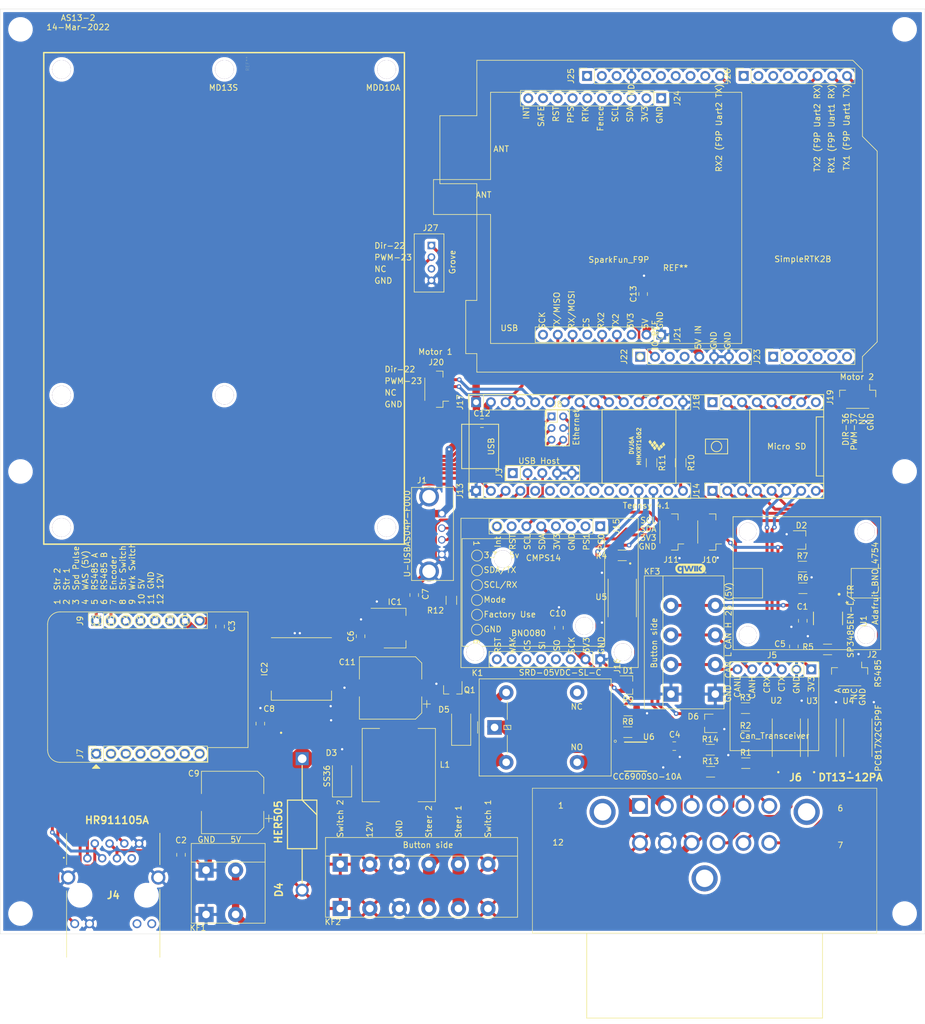
<source format=kicad_pcb>
(kicad_pcb (version 20171130) (host pcbnew "(5.1.9)-1")
  (layers (0 F.Cu signal) (31 B.Cu signal) (34 B.Paste user) (35 F.Paste user) (36 B.SilkS user) (37 F.SilkS user) (38 B.Mask user) (39 F.Mask user) (44 Edge.Cuts user))
  (net 0 "")
  (net 1 GND)
  (net 2 "Net-(C1-Pad1)")
  (net 3 "Net-(IC1-Pad4)")
  (net 4 "Net-(J10-Pad4)")
  (net 5 "Net-(J15-Pad2)")
  (net 6 "Net-(R3-Pad2)")
  (net 7 "Net-(J14-Pad8)")
  (net 8 "Net-(J14-Pad7)")
  (net 9 "Net-(J14-Pad6)")
  (net 10 "Net-(J14-Pad5)")
  (net 11 "Net-(J14-Pad4)")
  (net 12 "Net-(J14-Pad3)")
  (net 13 "Net-(J18-Pad3)")
  (net 14 "Net-(J20-Pad2)")
  (net 15 "Net-(J21-Pad3)")
  (net 16 "Net-(Q1-Pad1)")
  (net 17 "Net-(J22-Pad3)")
  (net 18 "Net-(C8-Pad1)")
  (net 19 "Net-(J21-Pad9)")
  (net 20 "Net-(J21-Pad6)")
  (net 21 "Net-(J22-Pad1)")
  (net 22 "Net-(J23-Pad3)")
  (net 23 "Net-(J3-Pad1)")
  (net 24 "Net-(J2-Pad2)")
  (net 25 "Net-(D3-Pad1)")
  (net 26 "Net-(J1-Pad3)")
  (net 27 "Net-(J1-Pad2)")
  (net 28 "Net-(J4-Pad6)")
  (net 29 "Net-(J4-Pad3)")
  (net 30 "Net-(R4-Pad2)")
  (net 31 "Net-(U6-Pad6)")
  (net 32 "Net-(D5-Pad2)")
  (net 33 "Net-(J10-Pad3)")
  (net 34 "Net-(J15-Pad8)")
  (net 35 "Net-(J15-Pad7)")
  (net 36 "Net-(J15-Pad4)")
  (net 37 "Net-(J15-Pad3)")
  (net 38 "Net-(J18-Pad6)")
  (net 39 "Net-(J22-Pad8)")
  (net 40 "Net-(J23-Pad5)")
  (net 41 "Net-(J23-Pad4)")
  (net 42 "Net-(J23-Pad2)")
  (net 43 "Net-(J23-Pad1)")
  (net 44 "Net-(J24-Pad3)")
  (net 45 "Net-(J13-Pad3)")
  (net 46 "Net-(J13-Pad2)")
  (net 47 "Net-(J25-Pad5)")
  (net 48 "Net-(KF2-Pad5)")
  (net 49 "Net-(J15-Pad1)")
  (net 50 "Net-(D4-Pad2)")
  (net 51 "Net-(J2-Pad4)")
  (net 52 "Net-(J2-Pad3)")
  (net 53 "Net-(J4-Pad12)")
  (net 54 "Net-(J4-Pad11)")
  (net 55 "Net-(J4-Pad9)")
  (net 56 "Net-(J4-Pad7)")
  (net 57 "Net-(J4-Pad2)")
  (net 58 "Net-(J4-Pad1)")
  (net 59 "Net-(J5-Pad6)")
  (net 60 "Net-(J5-Pad5)")
  (net 61 "Net-(J6-Pad12)")
  (net 62 "Net-(J6-Pad2)")
  (net 63 "Net-(J6-Pad1)")
  (net 64 "Net-(J7-Pad8)")
  (net 65 "Net-(J7-Pad7)")
  (net 66 "Net-(J7-Pad6)")
  (net 67 "Net-(J7-Pad5)")
  (net 68 "Net-(J7-Pad4)")
  (net 69 "Net-(J7-Pad3)")
  (net 70 "Net-(J7-Pad2)")
  (net 71 "Net-(J7-Pad1)")
  (net 72 "Net-(J9-Pad6)")
  (net 73 "Net-(J9-Pad5)")
  (net 74 "Net-(J9-Pad4)")
  (net 75 "Net-(J9-Pad3)")
  (net 76 "Net-(J13-Pad15)")
  (net 77 "Net-(J13-Pad14)")
  (net 78 "Net-(J13-Pad13)")
  (net 79 "Net-(J13-Pad11)")
  (net 80 "Net-(J13-Pad10)")
  (net 81 "Net-(J13-Pad9)")
  (net 82 "Net-(J13-Pad8)")
  (net 83 "Net-(J13-Pad7)")
  (net 84 "Net-(J13-Pad6)")
  (net 85 "Net-(J13-Pad5)")
  (net 86 "Net-(J13-Pad4)")
  (net 87 "Net-(J16-Pad8)")
  (net 88 "Net-(J16-Pad7)")
  (net 89 "Net-(J16-Pad6)")
  (net 90 "Net-(J16-Pad5)")
  (net 91 "Net-(J16-Pad4)")
  (net 92 "Net-(J16-Pad3)")
  (net 93 "Net-(J17-Pad14)")
  (net 94 "Net-(J17-Pad13)")
  (net 95 "Net-(J17-Pad12)")
  (net 96 "Net-(J17-Pad11)")
  (net 97 "Net-(J17-Pad10)")
  (net 98 "Net-(J17-Pad7)")
  (net 99 "Net-(J17-Pad6)")
  (net 100 "Net-(J17-Pad5)")
  (net 101 "Net-(J17-Pad4)")
  (net 102 "Net-(J17-Pad3)")
  (net 103 "Net-(J18-Pad8)")
  (net 104 "Net-(J18-Pad7)")
  (net 105 "Net-(J18-Pad5)")
  (net 106 "Net-(J18-Pad4)")
  (net 107 "Net-(J18-Pad2)")
  (net 108 "Net-(J18-Pad1)")
  (net 109 "Net-(J19-Pad2)")
  (net 110 "Net-(J22-Pad4)")
  (net 111 "Net-(J23-Pad6)")
  (net 112 "Net-(J24-Pad10)")
  (net 113 "Net-(J24-Pad9)")
  (net 114 "Net-(J24-Pad8)")
  (net 115 "Net-(J24-Pad7)")
  (net 116 "Net-(J24-Pad6)")
  (net 117 "Net-(J24-Pad5)")
  (net 118 "Net-(J24-Pad4)")
  (net 119 "Net-(J24-Pad2)")
  (net 120 "Net-(J24-Pad1)")
  (net 121 "Net-(J25-Pad9)")
  (net 122 "Net-(J25-Pad8)")
  (net 123 "Net-(J25-Pad7)")
  (net 124 "Net-(J25-Pad6)")
  (net 125 "Net-(J25-Pad3)")
  (net 126 "Net-(J25-Pad2)")
  (net 127 "Net-(J25-Pad1)")
  (net 128 "Net-(J26-Pad5)")
  (net 129 "Net-(J26-Pad4)")
  (net 130 "Net-(J26-Pad3)")
  (net 131 "Net-(J26-Pad2)")
  (net 132 "Net-(J26-Pad1)")
  (net 133 "Net-(J27-Pad3)")
  (net 134 "Net-(R1-Pad2)")
  (net 135 "Net-(R2-Pad2)")
  (net 136 "Net-(C2-Pad1)")
  (net 137 "Net-(C11-Pad1)")
  (net 138 "Net-(K1-Pad4)")
  (net 139 "Net-(J6-PadMH3)")
  (net 140 "Net-(J6-PadMH2)")
  (net 141 "Net-(J6-PadMH1)")
  (net 142 "Net-(J6-Pad9)")
  (net 143 "Net-(J6-Pad8)")
  (net 144 "Net-(J6-Pad7)")
  (net 145 "Net-(J6-Pad3)")
  (net 146 "Net-(KF3-Pad4)")
  (net 147 "Net-(J6-Pad4)")
  (net 148 "Net-(K1-Pad3)")
  (net 149 "Net-(D1-Pad3)")
  (net 150 "Net-(D2-Pad3)")
  (net 151 "Net-(D6-Pad3)")
  (net 152 "Net-(R8-Pad2)")
  (module MyFootprints:HR911105A (layer F.Cu) (at 35 166 180)
    (fp_text reference J4 (at -4.45 -6.35) (layer F.SilkS) (effects (font (size 1.27 1.27) (thickness 0.254))))
    (fp_text value HR911105A (at -5.08 6.5532) (layer F.SilkS) (effects (font (size 1.27 1.27) (thickness 0.254))))
    (pad MH4 np_thru_hole circle (at -10.16 -6.35 180) (size 3.25 0) (drill 3.25) (layers *.Cu *.Mask))
    (pad MH3 np_thru_hole circle (at 1.27 -6.35 180) (size 3.25 0) (drill 3.25) (layers *.Cu *.Mask))
    (pad MH2 thru_hole circle (at -12.19 -3.3 180) (size 2.445 2.445) (drill 1.63) (layers *.Cu *.Mask) (net 1 GND))
    (pad MH1 thru_hole circle (at 3.3 -3.3 180) (size 2.445 2.445) (drill 1.63) (layers *.Cu *.Mask) (net 1 GND))
    (pad 12 thru_hole circle (at -11.07 -11.25 180) (size 1.53 1.53) (drill 1.02) (layers *.Cu *.Mask) (net 53 "Net-(J4-Pad12)"))
    (pad 11 thru_hole circle (at -8.53 -11.25 180) (size 1.53 1.53) (drill 1.02) (layers *.Cu *.Mask) (net 54 "Net-(J4-Pad11)"))
    (pad 10 thru_hole circle (at -0.36 -11.25 180) (size 1.53 1.53) (drill 1.02) (layers *.Cu *.Mask) (net 1 GND))
    (pad 9 thru_hole circle (at 2.18 -11.25 180) (size 1.53 1.53) (drill 1.02) (layers *.Cu *.Mask) (net 55 "Net-(J4-Pad9)"))
    (pad 8 thru_hole circle (at -8.89 2.54 180) (size 1.446 1.446) (drill 0.89) (layers *.Cu *.Mask) (net 1 GND))
    (pad 7 thru_hole circle (at -7.62 0 180) (size 1.446 1.446) (drill 0.89) (layers *.Cu *.Mask) (net 56 "Net-(J4-Pad7)"))
    (pad 6 thru_hole circle (at -6.35 2.54 180) (size 1.446 1.446) (drill 0.89) (layers *.Cu *.Mask) (net 28 "Net-(J4-Pad6)"))
    (pad 5 thru_hole circle (at -5.08 0 180) (size 1.446 1.446) (drill 0.89) (layers *.Cu *.Mask) (net 136 "Net-(C2-Pad1)"))
    (pad 4 thru_hole circle (at -3.81 2.54 180) (size 1.446 1.446) (drill 0.89) (layers *.Cu *.Mask) (net 136 "Net-(C2-Pad1)"))
    (pad 3 thru_hole circle (at -2.54 0 180) (size 1.446 1.446) (drill 0.89) (layers *.Cu *.Mask) (net 29 "Net-(J4-Pad3)"))
    (pad 2 thru_hole circle (at -1.27 2.54 180) (size 1.446 1.446) (drill 0.89) (layers *.Cu *.Mask) (net 57 "Net-(J4-Pad2)"))
    (pad 1 thru_hole circle (at 0 0 180) (size 1.446 1.446) (drill 0.89) (layers *.Cu *.Mask) (net 58 "Net-(J4-Pad1)"))
  )
  (module Resistor_SMD:R_1206_3216Metric (layer F.Cu) (at 97.575 121.65 90)
    (fp_text reference R12 (at -1.75 -2.725 180) (layer F.SilkS))
    (fp_text value 1K)
    (pad 2 smd roundrect (at 1.4625 0 90) (size 1.125 1.75) (layers F.Cu F.Paste F.Mask) (roundrect_rratio 0.2222213333333333) (net 86 "Net-(J13-Pad4)"))
    (pad 1 smd roundrect (at -1.4625 0 90) (size 1.125 1.75) (layers F.Cu F.Paste F.Mask) (roundrect_rratio 0.2222213333333333) (net 16 "Net-(Q1-Pad1)"))
  )
  (module Resistor_SMD:R_1206_3216Metric (layer F.Cu) (at 142.0876 147.3454)
    (fp_text reference R14 (at 0 -1.82) (layer F.SilkS))
    (fp_text value 2K)
    (pad 2 smd roundrect (at 1.4625 0) (size 1.125 1.75) (layers F.Cu F.Paste F.Mask) (roundrect_rratio 0.2222213333333333) (net 1 GND))
    (pad 1 smd roundrect (at -1.4625 0) (size 1.125 1.75) (layers F.Cu F.Paste F.Mask) (roundrect_rratio 0.2222213333333333) (net 151 "Net-(D6-Pad3)"))
  )
  (module Resistor_SMD:R_1206_3216Metric (layer F.Cu) (at 142.1384 151.13)
    (fp_text reference R13 (at 0 -1.82) (layer F.SilkS))
    (fp_text value 1K)
    (pad 2 smd roundrect (at 1.4625 0) (size 1.125 1.75) (layers F.Cu F.Paste F.Mask) (roundrect_rratio 0.2222213333333333) (net 147 "Net-(J6-Pad4)"))
    (pad 1 smd roundrect (at -1.4625 0) (size 1.125 1.75) (layers F.Cu F.Paste F.Mask) (roundrect_rratio 0.2222213333333333) (net 151 "Net-(D6-Pad3)"))
  )
  (module Resistor_SMD:R_1206_3216Metric (layer F.Cu) (at 127.9652 140.589)
    (fp_text reference R9 (at 0 -1.82) (layer F.SilkS))
    (fp_text value 2K)
    (pad 2 smd roundrect (at 1.4625 0) (size 1.125 1.75) (layers F.Cu F.Paste F.Mask) (roundrect_rratio 0.2222213333333333) (net 1 GND))
    (pad 1 smd roundrect (at -1.4625 0) (size 1.125 1.75) (layers F.Cu F.Paste F.Mask) (roundrect_rratio 0.2222213333333333) (net 149 "Net-(D1-Pad3)"))
  )
  (module Resistor_SMD:R_1206_3216Metric (layer F.Cu) (at 127.9144 144.3228)
    (fp_text reference R8 (at 0 -1.82) (layer F.SilkS))
    (fp_text value 1K)
    (pad 2 smd roundrect (at 1.4625 0) (size 1.125 1.75) (layers F.Cu F.Paste F.Mask) (roundrect_rratio 0.2222213333333333) (net 152 "Net-(R8-Pad2)"))
    (pad 1 smd roundrect (at -1.4625 0) (size 1.125 1.75) (layers F.Cu F.Paste F.Mask) (roundrect_rratio 0.2222213333333333) (net 149 "Net-(D1-Pad3)"))
  )
  (module Resistor_SMD:R_1206_3216Metric (layer F.Cu) (at 157.9372 115.8494)
    (fp_text reference R7 (at 0 -1.82) (layer F.SilkS))
    (fp_text value 2K)
    (pad 2 smd roundrect (at 1.4625 0) (size 1.125 1.75) (layers F.Cu F.Paste F.Mask) (roundrect_rratio 0.2222213333333333) (net 1 GND))
    (pad 1 smd roundrect (at -1.4625 0) (size 1.125 1.75) (layers F.Cu F.Paste F.Mask) (roundrect_rratio 0.2222213333333333) (net 150 "Net-(D2-Pad3)"))
  )
  (module Resistor_SMD:R_1206_3216Metric (layer F.Cu) (at 158.0134 119.5832)
    (fp_text reference R6 (at 0 -1.82) (layer F.SilkS))
    (fp_text value 1K)
    (pad 2 smd roundrect (at 1.4625 0) (size 1.125 1.75) (layers F.Cu F.Paste F.Mask) (roundrect_rratio 0.2222213333333333) (net 146 "Net-(KF3-Pad4)"))
    (pad 1 smd roundrect (at -1.4625 0) (size 1.125 1.75) (layers F.Cu F.Paste F.Mask) (roundrect_rratio 0.2222213333333333) (net 150 "Net-(D2-Pad3)"))
  )
  (module Package_TO_SOT_SMD:SOT-23 (layer F.Cu) (at 141.8844 142.7988 180)
    (fp_text reference D6 (at 2.7178 1.1684) (layer F.SilkS))
    (fp_text value BAV99)
    (pad 3 smd rect (at 1 0 180) (size 0.9 0.8) (layers F.Cu F.Paste F.Mask) (net 151 "Net-(D6-Pad3)"))
    (pad 2 smd rect (at -1 0.95 180) (size 0.9 0.8) (layers F.Cu F.Paste F.Mask) (net 2 "Net-(C1-Pad1)"))
    (pad 1 smd rect (at -1 -0.95 180) (size 0.9 0.8) (layers F.Cu F.Paste F.Mask) (net 1 GND))
  )
  (module Package_TO_SOT_SMD:SOT-23 (layer F.Cu) (at 157.7594 111.2774)
    (fp_text reference D2 (at 0 -2.5) (layer F.SilkS))
    (fp_text value BAV99)
    (pad 3 smd rect (at 1 0) (size 0.9 0.8) (layers F.Cu F.Paste F.Mask) (net 150 "Net-(D2-Pad3)"))
    (pad 2 smd rect (at -1 0.95) (size 0.9 0.8) (layers F.Cu F.Paste F.Mask) (net 2 "Net-(C1-Pad1)"))
    (pad 1 smd rect (at -1 -0.95) (size 0.9 0.8) (layers F.Cu F.Paste F.Mask) (net 1 GND))
  )
  (module Package_TO_SOT_SMD:SOT-23 (layer F.Cu) (at 127.9906 136.2202)
    (fp_text reference D1 (at 0 -2.5) (layer F.SilkS))
    (fp_text value BAV99)
    (pad 3 smd rect (at 1 0) (size 0.9 0.8) (layers F.Cu F.Paste F.Mask) (net 149 "Net-(D1-Pad3)"))
    (pad 2 smd rect (at -1 0.95) (size 0.9 0.8) (layers F.Cu F.Paste F.Mask) (net 2 "Net-(C1-Pad1)"))
    (pad 1 smd rect (at -1 -0.95) (size 0.9 0.8) (layers F.Cu F.Paste F.Mask) (net 1 GND))
  )
  (module MyFootprints:Adafruit_BNO (layer F.Cu) (at 145.9992 107.2792)
    (fp_text reference REF** hide)
    (fp_text value Adafruit_BNO_4754 (at 24.4348 11.4554 90) (layer F.SilkS))
    (pad 4 thru_hole circle (at 22.86 2.54) (size 2.999999 2.999999) (drill 2.999999) (layers *.Cu *.Mask))
    (pad 3 thru_hole circle (at 22.86 20.32) (size 2.999999 2.999999) (drill 2.999999) (layers *.Cu *.Mask))
    (pad 2 thru_hole circle (at 2.54 20.32) (size 2.999999 2.999999) (drill 2.999999) (layers *.Cu *.Mask))
    (pad 1 thru_hole circle (at 2.54 2.54) (size 2.999999 2.999999) (drill 2.999999) (layers *.Cu *.Mask))
  )
  (module MyFootprints:CMPS14_no_pins (layer F.Cu) (at 123.925 111.05 270)
    (fp_text reference M1)
    (fp_text value CMPS14 (at 3.325 10.5156) (layer F.SilkS))
    (fp_text user 6 (at 17.7292 22.0472 270 unlocked) (layer F.SilkS))
    (fp_text user 1 (at 0.8128 22.0472 270 unlocked) (layer F.SilkS))
    (fp_text user GND (at 15.571606 19.25301) (layer F.SilkS))
    (fp_text user "Factory Use" (at 13.024363 16.300629) (layer F.SilkS))
    (fp_text user Mode (at 10.47712 18.872057) (layer F.SilkS))
    (fp_text user SCL/RX (at 7.929877 17.895867) (layer F.SilkS))
    (fp_text user SDA/TX (at 5.382634 17.991105) (layer F.SilkS))
    (fp_text user 3.3v-5v (at 2.835391 17.7292) (layer F.SilkS))
    (pad 2 thru_hole circle (at 15 3.5 270) (size 3 3) (drill 3) (layers *.Cu *.Mask))
    (pad 1 thru_hole circle (at 3.5 17.5 270) (size 3 3) (drill 3) (layers *.Cu *.Mask))
  )
  (module MyFootprints:BNO080_Outline (layer F.Cu) (at 129.7 133.2 180)
    (fp_text reference REF**)
    (fp_text value BNO080 (at 18.85 5.9) (layer F.SilkS))
    (fp_text user RST (at 24.13 3.81 90) (layer F.SilkS))
    (fp_text user WAK (at 21.59 3.81 90) (layer F.SilkS))
    (fp_text user CS (at 19.05 3.81 90) (layer F.SilkS))
    (fp_text user SI (at 16.51 3.81 90) (layer F.SilkS))
    (fp_text user SO (at 13.97 3.81 90) (layer F.SilkS))
    (fp_text user SCK (at 11.43 3.81 90) (layer F.SilkS))
    (fp_text user 3V3 (at 8.89 3.81 90) (layer F.SilkS))
    (fp_text user GND (at 6.35 3.81 90) (layer F.SilkS))
    (fp_text user Int (at 24.13 21.59 90) (layer F.SilkS))
    (fp_text user RST (at 21.59 21.59 90) (layer F.SilkS))
    (fp_text user SCL (at 19.05 21.59 90) (layer F.SilkS))
    (fp_text user SDA (at 16.51 21.59 90) (layer F.SilkS))
    (fp_text user 3V3 (at 13.97 21.59 90) (layer F.SilkS))
    (fp_text user GND (at 11.43 21.59 90) (layer F.SilkS))
    (fp_text user PS1 (at 8.89 21.59 90) (layer F.SilkS))
    (fp_text user PS0 (at 6.35 21.59 90) (layer F.SilkS))
    (pad "" thru_hole circle (at 28.04 2.64 180) (size 3 3) (drill 3) (layers *.Cu *.Mask))
    (pad "" thru_hole circle (at 2.64 2.64 180) (size 3 3) (drill 3) (layers *.Cu *.Mask))
  )
  (module MyFootprints:DT1312PA (layer F.Cu) (at 130 157 270)
    (fp_text reference J6 (at -4.9 -26.75 180) (layer F.SilkS) (effects (font (size 1.27 1.27) (thickness 0.254))))
    (fp_text value DT13-12PA (at -4.9 -36.2 180) (layer F.SilkS) (effects (font (size 1.27 1.27) (thickness 0.254))))
    (pad MH3 thru_hole circle (at 1.02 -28.655 270) (size 4.485 4.485) (drill 2.99) (layers *.Cu *.Mask) (net 139 "Net-(J6-PadMH3)"))
    (pad MH2 thru_hole circle (at 12.45 -11.115 270) (size 4.485 4.485) (drill 2.99) (layers *.Cu *.Mask) (net 140 "Net-(J6-PadMH2)"))
    (pad MH1 thru_hole circle (at 1.02 6.425 270) (size 4.485 4.485) (drill 2.99) (layers *.Cu *.Mask) (net 141 "Net-(J6-PadMH1)"))
    (pad 12 thru_hole circle (at 6.35 0 270) (size 2.715 2.715) (drill 1.81) (layers *.Cu *.Mask) (net 61 "Net-(J6-Pad12)"))
    (pad 11 thru_hole circle (at 6.35 -4.445 270) (size 2.715 2.715) (drill 1.81) (layers *.Cu *.Mask) (net 1 GND))
    (pad 10 thru_hole circle (at 6.35 -8.89 270) (size 2.715 2.715) (drill 1.81) (layers *.Cu *.Mask) (net 137 "Net-(C11-Pad1)"))
    (pad 9 thru_hole circle (at 6.35 -13.34 270) (size 2.715 2.715) (drill 1.81) (layers *.Cu *.Mask) (net 142 "Net-(J6-Pad9)"))
    (pad 8 thru_hole circle (at 6.35 -17.785 270) (size 2.715 2.715) (drill 1.81) (layers *.Cu *.Mask) (net 143 "Net-(J6-Pad8)"))
    (pad 7 thru_hole circle (at 6.35 -22.23 270) (size 2.715 2.715) (drill 1.81) (layers *.Cu *.Mask) (net 144 "Net-(J6-Pad7)"))
    (pad 6 thru_hole circle (at 0 -22.23 270) (size 2.715 2.715) (drill 1.81) (layers *.Cu *.Mask) (net 52 "Net-(J2-Pad3)"))
    (pad 5 thru_hole circle (at 0 -17.785 270) (size 2.715 2.715) (drill 1.81) (layers *.Cu *.Mask) (net 51 "Net-(J2-Pad4)"))
    (pad 4 thru_hole circle (at 0 -13.34 270) (size 2.715 2.715) (drill 1.81) (layers *.Cu *.Mask) (net 147 "Net-(J6-Pad4)"))
    (pad 3 thru_hole circle (at 0 -8.89 270) (size 2.715 2.715) (drill 1.81) (layers *.Cu *.Mask) (net 145 "Net-(J6-Pad3)"))
    (pad 2 thru_hole circle (at 0 -4.445 270) (size 2.715 2.715) (drill 1.81) (layers *.Cu *.Mask) (net 62 "Net-(J6-Pad2)"))
    (pad 1 thru_hole rect (at 0 0 270) (size 2.715 2.715) (drill 1.81) (layers *.Cu *.Mask) (net 63 "Net-(J6-Pad1)"))
  )
  (module MyFootprints:Songle_SRD-05VDC-SL-C (layer F.Cu) (at 104.95 143.425)
    (fp_text reference K1 (at -2.8956 -9.2964 180) (layer F.SilkS))
    (fp_text value SRD-05VDC-SL-C (at 11.3284 -9.3472 180) (layer F.SilkS))
    (fp_text user NC (at 14.1833 -3.4798 180) (layer F.SilkS))
    (fp_text user NO (at 14.1833 3.4798 180) (layer F.SilkS))
    (pad 2 thru_hole oval (at 2.0508 -5.9238 90) (size 2.5 2.5) (drill 1.3) (layers *.Cu *.Mask) (net 32 "Net-(D5-Pad2)"))
    (pad 4 thru_hole oval (at 14.2508 -5.9238 90) (size 2.5 2.5) (drill 1.3) (layers *.Cu *.Mask) (net 138 "Net-(K1-Pad4)"))
    (pad 5 thru_hole oval (at 14.2508 6.0762 90) (size 2.5 2.5) (drill 1.3) (layers *.Cu *.Mask) (net 63 "Net-(J6-Pad1)"))
    (pad 1 thru_hole oval (at 2.0508 6.0762 90) (size 2.5 2.5) (drill 1.3) (layers *.Cu *.Mask) (net 137 "Net-(C11-Pad1)"))
    (pad 3 thru_hole rect (at 0.0508 0.0762 90) (size 2.5 2.5) (drill 1.3) (layers *.Cu *.Mask) (net 148 "Net-(K1-Pad3)"))
  )
  (module MyFootprints:KF142V-5.08-4P (layer F.Cu) (at 144.45 117.45 270)
    (fp_text reference KF3 (at -0.75 12.375 180) (layer F.SilkS))
    (fp_text value KF142V-5.0-4P)
    (fp_text user "Button side" (at 11.5316 12.0142 90) (layer F.SilkS))
    (pad 4 thru_hole circle (at 5.08 9.12 270) (size 2.6 2.6) (drill 1.3) (layers *.Cu *.Mask) (net 146 "Net-(KF3-Pad4)"))
    (pad 4 thru_hole circle (at 5.08 1.5 270) (size 2.6 2.6) (drill 1.3) (layers *.Cu *.Mask) (net 146 "Net-(KF3-Pad4)"))
    (pad 3 thru_hole circle (at 10.16 9.12 270) (size 2.6 2.6) (drill 1.3) (layers *.Cu *.Mask) (net 60 "Net-(J5-Pad5)"))
    (pad 3 thru_hole circle (at 10.16 1.5 270) (size 2.6 2.6) (drill 1.3) (layers *.Cu *.Mask) (net 60 "Net-(J5-Pad5)"))
    (pad 2 thru_hole circle (at 15.24 9.12 270) (size 2.6 2.6) (drill 1.3) (layers *.Cu *.Mask) (net 59 "Net-(J5-Pad6)"))
    (pad 2 thru_hole circle (at 15.24 1.5 270) (size 2.6 2.6) (drill 1.3) (layers *.Cu *.Mask) (net 59 "Net-(J5-Pad6)"))
    (pad 1 thru_hole rect (at 20.32 9.12 270) (size 2.6 2.6) (drill 1.3) (layers *.Cu *.Mask) (net 1 GND))
    (pad 1 thru_hole rect (at 20.32 1.5 270) (size 2.6 2.6) (drill 1.3) (layers *.Cu *.Mask) (net 1 GND))
  )
  (module Resistor_SMD:R_1206_3216Metric (layer F.Cu) (at 148.1416 140.1984)
    (fp_text reference R3 (at 0 -1.82) (layer F.SilkS))
    (fp_text value 200)
    (pad 2 smd roundrect (at 1.4625 0) (size 1.125 1.75) (layers F.Cu F.Paste F.Mask) (roundrect_rratio 0.2222213333333333) (net 6 "Net-(R3-Pad2)"))
    (pad 1 smd roundrect (at -1.4625 0) (size 1.125 1.75) (layers F.Cu F.Paste F.Mask) (roundrect_rratio 0.2222213333333333) (net 137 "Net-(C11-Pad1)"))
  )
  (module Resistor_SMD:R_1206_3216Metric (layer F.Cu) (at 148.1416 145.0244)
    (fp_text reference R2 (at 0 -1.82) (layer F.SilkS))
    (fp_text value 200)
    (pad 2 smd roundrect (at 1.4625 0) (size 1.125 1.75) (layers F.Cu F.Paste F.Mask) (roundrect_rratio 0.2222213333333333) (net 135 "Net-(R2-Pad2)"))
    (pad 1 smd roundrect (at -1.4625 0) (size 1.125 1.75) (layers F.Cu F.Paste F.Mask) (roundrect_rratio 0.2222213333333333) (net 137 "Net-(C11-Pad1)"))
  )
  (module Resistor_SMD:R_1206_3216Metric (layer F.Cu) (at 148.1924 149.6472)
    (fp_text reference R1 (at 0 -1.82) (layer F.SilkS))
    (fp_text value 200)
    (pad 2 smd roundrect (at 1.4625 0) (size 1.125 1.75) (layers F.Cu F.Paste F.Mask) (roundrect_rratio 0.2222213333333333) (net 134 "Net-(R1-Pad2)"))
    (pad 1 smd roundrect (at -1.4625 0) (size 1.125 1.75) (layers F.Cu F.Paste F.Mask) (roundrect_rratio 0.2222213333333333) (net 137 "Net-(C11-Pad1)"))
  )
  (module MyFootprints:1N5408 (layer F.Cu) (at 71.925 148.875 270)
    (fp_text reference D4 (at 22.55 4 90) (layer F.SilkS) (effects (font (size 1.27 1.27) (thickness 0.254))))
    (fp_text value HER505 (at 10.9 4.1 90) (layer F.SilkS) (effects (font (size 1.27 1.27) (thickness 0.254))))
    (pad 1 thru_hole rect (at 0 0 270) (size 2.25 2.25) (drill 1.5) (layers *.Cu *.Mask) (net 18 "Net-(C8-Pad1)"))
    (pad 2 thru_hole circle (at 22.6 0 270) (size 2.25 2.25) (drill 1.5) (layers *.Cu *.Mask) (net 50 "Net-(D4-Pad2)"))
  )
  (module Resistor_SMD:R_1206_3216Metric (layer F.Cu) (at 132 98 270)
    (fp_text reference R11 (at 0 -1.82 90) (layer F.SilkS))
    (fp_text value 2.2K)
    (pad 2 smd roundrect (at 1.4625 0 270) (size 1.125 1.75) (layers F.Cu F.Paste F.Mask) (roundrect_rratio 0.2222204444444444) (net 76 "Net-(J13-Pad15)"))
    (pad 1 smd roundrect (at -1.4625 0 270) (size 1.125 1.75) (layers F.Cu F.Paste F.Mask) (roundrect_rratio 0.2222204444444444) (net 4 "Net-(J10-Pad4)"))
  )
  (module Resistor_SMD:R_1206_3216Metric (layer F.Cu) (at 137 98 270)
    (fp_text reference R10 (at 0 -1.82 90) (layer F.SilkS))
    (fp_text value 2.2K)
    (pad 2 smd roundrect (at 1.4625 0 270) (size 1.125 1.75) (layers F.Cu F.Paste F.Mask) (roundrect_rratio 0.2222204444444444) (net 76 "Net-(J13-Pad15)"))
    (pad 1 smd roundrect (at -1.4625 0 270) (size 1.125 1.75) (layers F.Cu F.Paste F.Mask) (roundrect_rratio 0.2222204444444444) (net 33 "Net-(J10-Pad3)"))
  )
  (module Capacitor_SMD:C_0805_2012Metric (layer F.Cu) (at 51.1 165.4 270)
    (fp_text reference C2 (at -2.5 0 180) (layer F.SilkS))
    (fp_text value 0.1uF)
    (pad 2 smd roundrect (at 0.95 0 270) (size 1 1.45) (layers F.Cu F.Paste F.Mask) (net 1 GND))
    (pad 1 smd roundrect (at -0.95 0 270) (size 1 1.45) (layers F.Cu F.Paste F.Mask) (net 136 "Net-(C2-Pad1)"))
  )
  (module MyFootprints:Qwic_vertical (layer F.Cu) (at 166.0525 134.3429 180)
    (fp_text reference J2 (at -3.8481 3.3655) (layer F.SilkS))
    (fp_text value RS485)
    (pad MP smd roundrect (at 2.8 -1.2 180) (size 1.2 1.8) (layers F.Cu F.Paste F.Mask) (roundrect_rratio 0.2083325))
    (pad MP smd roundrect (at -2.8 -1.2 180) (size 1.2 1.8) (layers F.Cu F.Paste F.Mask) (roundrect_rratio 0.2083325))
    (pad 4 smd roundrect (at 1.5 1.325 180) (size 0.6 1.55) (layers F.Cu F.Paste F.Mask) (net 51 "Net-(J2-Pad4)"))
    (pad 3 smd roundrect (at 0.5 1.325 180) (size 0.6 1.55) (layers F.Cu F.Paste F.Mask) (net 52 "Net-(J2-Pad3)"))
    (pad 2 smd roundrect (at -0.5 1.325 180) (size 0.6 1.55) (layers F.Cu F.Paste F.Mask) (net 24 "Net-(J2-Pad2)"))
    (pad 1 smd roundrect (at -1.5 1.325 180) (size 0.6 1.55) (layers F.Cu F.Paste F.Mask) (net 1 GND))
  )
  (module MyFootprints:Can_Transceiver_no_pins (layer F.Cu) (at 160.7312 132.2474 270)
    (fp_text reference REF**)
    (fp_text value Can_Transceiver (at 12.7 7.62) (layer F.SilkS))
    (fp_text user 2 (at 1.2954 3.8354 90) (layer F.SilkS))
    (fp_text user CANL (at 4.286191 13.97 90) (layer F.SilkS))
    (fp_text user CANH (at 4.405238 11.43 90) (layer F.SilkS))
    (fp_text user CRX (at 3.905238 8.89 90) (layer F.SilkS))
    (fp_text user CTX (at 3.786191 6.35 90) (layer F.SilkS))
    (fp_text user GND (at 3.952857 3.81 90) (layer F.SilkS))
    (fp_text user 3V3 (at 3.81 1.27 90) (layer F.SilkS))
  )
  (module MountingHole:MountingHole_3.2mm_M3 (layer F.Cu) (at 175.5 99.5)
    (fp_text reference "  " (at 0 -4.2) (layer F.SilkS))
    (fp_text value " ")
    (pad 1 np_thru_hole circle (at 0 0) (size 3.2 3.2) (drill 3.2) (layers *.Cu *.Mask))
  )
  (module MountingHole:MountingHole_3.2mm_M3 (layer F.Cu) (at 23.5 99.5)
    (fp_text reference "  " (at 0 -4.2) (layer F.SilkS))
    (fp_text value " ")
    (pad 1 np_thru_hole circle (at 0 0) (size 3.2 3.2) (drill 3.2) (layers *.Cu *.Mask))
  )
  (module MountingHole:MountingHole_3.2mm_M3 (layer F.Cu) (at 23.5 23.5)
    (fp_text reference "  " (at 0 -4.2) (layer F.SilkS))
    (fp_text value " ")
    (pad 1 np_thru_hole circle (at 0 0) (size 3.2 3.2) (drill 3.2) (layers *.Cu *.Mask))
  )
  (module MountingHole:MountingHole_3.2mm_M3 (layer F.Cu) (at 175.5 23.5)
    (fp_text reference "  " (at 0 -4.2) (layer F.SilkS))
    (fp_text value " ")
    (pad 1 np_thru_hole circle (at 0 0) (size 3.2 3.2) (drill 3.2) (layers *.Cu *.Mask))
  )
  (module MountingHole:MountingHole_3.2mm_M3 (layer F.Cu) (at 175.5 175.5)
    (fp_text reference "  " (at 0 -4.2) (layer F.SilkS))
    (fp_text value " ")
    (pad 1 np_thru_hole circle (at 0 0) (size 3.2 3.2) (drill 3.2) (layers *.Cu *.Mask))
  )
  (module MountingHole:MountingHole_3.2mm_M3 (layer F.Cu) (at 23.5 175.5)
    (fp_text reference "  " (at 0 -4.2) (layer F.SilkS))
    (fp_text value " ")
    (pad 1 np_thru_hole circle (at 0 0) (size 3.2 3.2) (drill 3.2) (layers *.Cu *.Mask))
  )
  (module MyFootprints:QwiicLogo (layer F.Cu) (at 138.7 116.15)
    (fp_text reference G*** hide)
    (fp_text value LOGO hide)
  )
  (module MyFootprints:Teensy41_no_pins (layer F.Cu) (at 131.1 95.2)
    (fp_text reference -- (at -0.5334 -8.6868) (layer F.SilkS))
    (fp_text value "Teensy 4.1" (at 0 10.16) (layer F.SilkS))
    (fp_text user "USB Host" (at -18.4658 2.4892) (layer F.SilkS))
    (fp_text user Ethernet (at -12.065 -3.2766 90) (layer F.SilkS))
    (fp_text user USB (at -26.67 0 270) (layer F.SilkS))
    (fp_text user "Micro SD" (at 24.13 0) (layer F.SilkS))
    (fp_text user MIMXRT1062 (at -1.27 0 -90) (layer F.SilkS) (effects (font (size 0.7 0.7))))
    (fp_text user DVJ6A (at -2.54 -0.18 -90) (layer F.SilkS) (effects (font (size 0.7 0.7))))
  )
  (module MyFootprints:SF_F9P_SMA_No_Pins (layer F.Cu) (at 147.5 77.5 180)
    (fp_text reference REF**)
    (fp_text value SparkFun_F9P (at 21.1328 14.4018) (layer F.SilkS))
    (fp_text user ANT (at 44.3738 25.5486) (layer F.SilkS))
    (fp_text user INT (at 37.0332 39.674752 90) (layer F.SilkS))
    (fp_text user SAFE (at 34.487552 39.031895 90) (layer F.SilkS))
    (fp_text user RST (at 31.941908 39.460466 90) (layer F.SilkS))
    (fp_text user PPS (at 29.396264 39.341419 90) (layer F.SilkS))
    (fp_text user RTK (at 26.85062 39.436657 90) (layer F.SilkS))
    (fp_text user Fence (at 24.304976 38.650943 90) (layer F.SilkS))
    (fp_text user SCL (at 21.759332 39.436657 90) (layer F.SilkS))
    (fp_text user SDA (at 19.213688 39.412847 90) (layer F.SilkS))
    (fp_text user 3V3 (at 16.668044 39.436657 90) (layer F.SilkS))
    (fp_text user GND (at 14.1224 39.2938 90) (layer F.SilkS))
    (fp_text user SCK (at 34.3154 3.9624 90) (layer F.SilkS))
    (fp_text user TX/MISO (at 31.784925 5.676685 90) (layer F.SilkS))
    (fp_text user RX/MOSI (at 29.25445 5.795733 90) (layer F.SilkS))
    (fp_text user CS (at 26.723975 3.4624 90) (layer F.SilkS))
    (fp_text user RX2 (at 24.1935 3.93859 90) (layer F.SilkS))
    (fp_text user TX2 (at 21.663025 3.819543 90) (layer F.SilkS))
    (fp_text user 3V3 (at 19.13255 3.867162 90) (layer F.SilkS))
    (fp_text user 5V (at 16.602075 3.390971 90) (layer F.SilkS))
    (fp_text user GND (at 14.0716 4.010019 90) (layer F.SilkS))
  )
  (module MyFootprints:SimpleRTK2B_no_pins (layer F.Cu) (at 170 79.75 180)
    (fp_text reference REF** (at 33.8836 15.24 180) (layer F.SilkS))
    (fp_text value SimpleRTK2B (at 12 16.75) (layer F.SilkS))
    (fp_text user ANT (at 63.8556 35.687) (layer F.SilkS))
    (fp_text user USB (at 62.4586 4.9022) (layer F.SilkS))
    (fp_text user "IO REF" (at 37.3888 3.7338 90) (layer F.SilkS))
    (fp_text user "5V IN" (at 29.9974 3.333809 90) (layer F.SilkS))
    (fp_text user GND (at 27.3304 2.81 90) (layer F.SilkS))
    (fp_text user GND (at 24.9428 2.81 90) (layer F.SilkS))
    (fp_text user GND (at 41.4782 45.3644 90) (layer F.SilkS))
    (fp_text user "RX2 (F9P Uart2 TX)" (at 26.416 39.316781 90) (layer F.SilkS))
    (fp_text user "TX2 (F9P Uart2 RX)" (at 9.525 39.316781 270) (layer F.SilkS))
    (fp_text user "RX1 (F9P Uart1 RX)" (at 7.0612 39.197733 90) (layer F.SilkS))
    (fp_text user "TX1 (F9P Uart1 TX)" (at 4.4704 39.435828 270) (layer F.SilkS))
  )
  (module MyFootprints:MDD10A_Outline (layer F.Cu) (at 27.5 27.5 270)
    (fp_text reference REF** (at 1.905 -35.052 90) (layer F.SilkS) (effects (font (size 0.6 0.6) (thickness 0.015))))
    (fp_text value MDD10A (at 6.025 -58.35 180) (layer F.SilkS))
    (fp_text user MD13S (at 6.025 -30.9 180) (layer F.SilkS))
    (pad 8 thru_hole circle (at 2.88 -31.06 270) (size 3.2 3.2) (drill 3.2) (layers *.Cu *.Mask))
    (pad 8 thru_hole circle (at 58.88 -31.06 270) (size 3.2 3.2) (drill 3.2) (layers *.Cu *.Mask))
    (pad 8 thru_hole circle (at 58.88 -3.06 270) (size 3.2 3.2) (drill 3.2) (layers *.Cu *.Mask))
    (pad 8 thru_hole circle (at 2.88 -3.06 270) (size 3.2 3.2) (drill 3.2) (layers *.Cu *.Mask))
    (pad 8 thru_hole circle (at 2.88 -58.94 270) (size 3.2 3.2) (drill 3.2) (layers *.Cu *.Mask))
    (pad 8 thru_hole circle (at 81.62 -58.94 270) (size 3.2 3.2) (drill 3.2) (layers *.Cu *.Mask))
    (pad 8 thru_hole circle (at 81.62 -3.06 270) (size 3.2 3.2) (drill 3.2) (layers *.Cu *.Mask))
  )
  (module MyFootprints:WEMOS_D1_mini_light_no_pins (layer F.Cu) (at 36.5 148 90)
    (fp_text reference REF**)
    (fp_text value WEMOS_D1_mini_light_no_pins)
    (fp_text user 16 (at 22.8346 0.0508 90) (layer F.SilkS))
    (fp_text user 1 (at 0.0762 -0.0508 90) (layer F.SilkS))
    (fp_text user 9 (at 22.9616 17.8308 90) (layer F.SilkS))
    (fp_text user 10 (at 22.9108 15.3416 90) (layer F.SilkS))
    (fp_text user 11 (at 23.0124 12.6746 90) (layer F.SilkS))
    (fp_text user 12 (at 23.0632 10.1346 90) (layer F.SilkS))
    (fp_text user 13 (at 23.0124 7.6454 90) (layer F.SilkS))
    (fp_text user 14 (at 23.0124 5.1816 90) (layer F.SilkS))
    (fp_text user 15 (at 22.86 2.5654 90) (layer F.SilkS))
    (fp_text user 8 (at 0 17.8308 90) (layer F.SilkS))
    (fp_text user 7 (at 0 15.3416 90) (layer F.SilkS))
    (fp_text user 6 (at 0 12.7254 90) (layer F.SilkS))
    (fp_text user 5 (at 0 10.1854 90) (layer F.SilkS))
    (fp_text user 4 (at 0 7.7216 90) (layer F.SilkS))
    (fp_text user 3 (at 0.0254 5.207 90) (layer F.SilkS))
    (fp_text user 2 (at 0.0254 2.5908 90) (layer F.SilkS))
  )
  (module Connector_PinSocket_2.54mm:PinSocket_1x06_P2.54mm_Vertical (layer F.Cu) (at 159.4612 133.5174 270)
    (fp_text reference J5 (at -2.4384 6.7564 180) (layer F.SilkS))
    (fp_text value PM254V-11-06-H85)
    (pad 6 thru_hole oval (at 0 12.7 270) (size 1.7 1.7) (drill 1) (layers *.Cu *.Mask) (net 59 "Net-(J5-Pad6)"))
    (pad 5 thru_hole oval (at 0 10.16 270) (size 1.7 1.7) (drill 1) (layers *.Cu *.Mask) (net 60 "Net-(J5-Pad5)"))
    (pad 4 thru_hole oval (at 0 7.62 270) (size 1.7 1.7) (drill 1) (layers *.Cu *.Mask) (net 9 "Net-(J14-Pad6)"))
    (pad 3 thru_hole oval (at 0 5.08 270) (size 1.7 1.7) (drill 1) (layers *.Cu *.Mask) (net 8 "Net-(J14-Pad7)"))
    (pad 2 thru_hole oval (at 0 2.54 270) (size 1.7 1.7) (drill 1) (layers *.Cu *.Mask) (net 1 GND))
    (pad 1 thru_hole rect (at 0 0 270) (size 1.7 1.7) (drill 1) (layers *.Cu *.Mask) (net 2 "Net-(C1-Pad1)"))
  )
  (module Capacitor_SMD:C_0805_2012Metric (layer F.Cu) (at 156.464 129.5804 90)
    (fp_text reference C5 (at 0.4304 -2.389 180) (layer F.SilkS))
    (fp_text value 0.1uF)
    (pad 2 smd roundrect (at 0.95 0 90) (size 1 1.45) (layers F.Cu F.Paste F.Mask) (net 1 GND))
    (pad 1 smd roundrect (at -0.95 0 90) (size 1 1.45) (layers F.Cu F.Paste F.Mask) (net 2 "Net-(C1-Pad1)"))
  )
  (module MyFootprints:U-USBAS04P-F000 (layer F.Cu) (at 95.9358 106.7458 270)
    (fp_text reference J1 (at -5.715 3.4036 180) (layer F.SilkS))
    (fp_text value U-USBAS04P-F000 (at 3.4544 5.9436 90) (layer F.SilkS))
    (pad 6 thru_hole circle (at 9.925 2.2 270) (size 3.4 3.4) (drill 2.3) (layers *.Cu *.Mask) (net 1 GND))
    (pad 5 thru_hole circle (at -2.925 2.2 90) (size 3.4 3.4) (drill 2.3) (layers *.Cu *.Mask) (net 1 GND))
    (pad 4 thru_hole circle (at 7 0 270) (size 1.3 1.3) (drill 0.92) (layers *.Cu *.Mask) (net 1 GND))
    (pad 3 thru_hole circle (at 4.5 0 270) (size 1.3 1.3) (drill 0.92) (layers *.Cu *.Mask) (net 26 "Net-(J1-Pad3)"))
    (pad 2 thru_hole circle (at 2.5 0 270) (size 1.3 1.3) (drill 0.92) (layers *.Cu *.Mask) (net 27 "Net-(J1-Pad2)"))
    (pad 1 thru_hole rect (at 0 0 270) (size 1.3 1.3) (drill 0.92) (layers *.Cu *.Mask) (net 137 "Net-(C11-Pad1)"))
  )
  (module MyFootprints:KF142V-5.08-2P (layer F.Cu) (at 65.5622 177.1546 180)
    (fp_text reference KF1 (at 11.557 -0.8128) (layer F.SilkS))
    (fp_text value KF142V-5.0-2P)
    (pad 2 thru_hole circle (at 5.08 9.12 180) (size 2.6 2.6) (drill 1.3) (layers *.Cu *.Mask) (net 137 "Net-(C11-Pad1)"))
    (pad 2 thru_hole circle (at 5.08 1.5 180) (size 2.6 2.6) (drill 1.3) (layers *.Cu *.Mask) (net 137 "Net-(C11-Pad1)"))
    (pad 1 thru_hole rect (at 10.16 9.12 180) (size 2.6 2.6) (drill 1.3) (layers *.Cu *.Mask) (net 1 GND))
    (pad 1 thru_hole rect (at 10.16 1.5 180) (size 2.6 2.6) (drill 1.3) (layers *.Cu *.Mask) (net 1 GND))
  )
  (module Connector_PinSocket_2.54mm:PinSocket_1x08_P2.54mm_Vertical (layer F.Cu) (at 142.4686 87.5942 90)
    (fp_text reference J18 (at 0 -2.77 90) (layer F.SilkS))
    (fp_text value Conn_01x08_Female)
    (pad 8 thru_hole oval (at 0 17.78 90) (size 1.7 1.7) (drill 1) (layers *.Cu *.Mask) (net 103 "Net-(J18-Pad8)"))
    (pad 7 thru_hole oval (at 0 15.24 90) (size 1.7 1.7) (drill 1) (layers *.Cu *.Mask) (net 104 "Net-(J18-Pad7)"))
    (pad 6 thru_hole oval (at 0 12.7 90) (size 1.7 1.7) (drill 1) (layers *.Cu *.Mask) (net 38 "Net-(J18-Pad6)"))
    (pad 5 thru_hole oval (at 0 10.16 90) (size 1.7 1.7) (drill 1) (layers *.Cu *.Mask) (net 105 "Net-(J18-Pad5)"))
    (pad 4 thru_hole oval (at 0 7.62 90) (size 1.7 1.7) (drill 1) (layers *.Cu *.Mask) (net 106 "Net-(J18-Pad4)"))
    (pad 3 thru_hole oval (at 0 5.08 90) (size 1.7 1.7) (drill 1) (layers *.Cu *.Mask) (net 13 "Net-(J18-Pad3)"))
    (pad 2 thru_hole oval (at 0 2.54 90) (size 1.7 1.7) (drill 1) (layers *.Cu *.Mask) (net 107 "Net-(J18-Pad2)"))
    (pad 1 thru_hole rect (at 0 0 90) (size 1.7 1.7) (drill 1) (layers *.Cu *.Mask) (net 108 "Net-(J18-Pad1)"))
  )
  (module Connector_PinHeader_2.54mm:PinHeader_1x05_P2.54mm_Vertical (layer F.Cu) (at 108.1278 99.7834 90)
    (fp_text reference J3 (at 0 -2.33 90) (layer F.SilkS))
    (fp_text value Teensy_USBhost)
    (pad 5 thru_hole oval (at 0 10.16 90) (size 1.7 1.7) (drill 1) (layers *.Cu *.Mask) (net 1 GND))
    (pad 4 thru_hole oval (at 0 7.62 90) (size 1.7 1.7) (drill 1) (layers *.Cu *.Mask) (net 1 GND))
    (pad 3 thru_hole oval (at 0 5.08 90) (size 1.7 1.7) (drill 1) (layers *.Cu *.Mask) (net 26 "Net-(J1-Pad3)"))
    (pad 2 thru_hole oval (at 0 2.54 90) (size 1.7 1.7) (drill 1) (layers *.Cu *.Mask) (net 27 "Net-(J1-Pad2)"))
    (pad 1 thru_hole rect (at 0 0 90) (size 1.7 1.7) (drill 1) (layers *.Cu *.Mask) (net 23 "Net-(J3-Pad1)"))
  )
  (module "MyFootprints:SMA(DO-214AC)" (layer F.Cu) (at 78.779 152.0552 90)
    (fp_text reference D3 (at 4.1802 -1.829 180) (layer F.SilkS))
    (fp_text value SS36 (at 0.1778 -2.5908 90) (layer F.SilkS))
    (pad 2 smd rect (at 2 0 90) (size 1.8 1.8) (layers F.Cu F.Paste F.Mask) (net 1 GND))
    (pad 1 smd rect (at -2 0 90) (size 1.8 1.8) (layers F.Cu F.Paste F.Mask) (net 25 "Net-(D3-Pad1)"))
  )
  (module MyFootprints:Maxim_Integrated-S8-2-0-P-MFG (layer F.Cu) (at 162.33016 124.76242 270)
    (fp_text reference U1 (at 0.4826 -6.1214 90) (layer F.SilkS))
    (fp_text value SP3485EN-L/TR (at 0.49998 -3.88744 90) (layer F.SilkS))
    (fp_text user * (at -2.719 -3.5888 90) (layer F.SilkS))
    (pad 8 smd rect (at 2.465 -1.905 270) (size 1.98 0.53) (layers F.Cu F.Paste F.Mask) (net 2 "Net-(C1-Pad1)"))
    (pad 7 smd rect (at 2.465 -0.635 270) (size 1.98 0.53) (layers F.Cu F.Paste F.Mask) (net 52 "Net-(J2-Pad3)"))
    (pad 6 smd rect (at 2.465 0.635 270) (size 1.98 0.53) (layers F.Cu F.Paste F.Mask) (net 51 "Net-(J2-Pad4)"))
    (pad 5 smd rect (at 2.465 1.905 270) (size 1.98 0.53) (layers F.Cu F.Paste F.Mask) (net 1 GND))
    (pad 4 smd rect (at -2.465 1.905 270) (size 1.98 0.53) (layers F.Cu F.Paste F.Mask) (net 12 "Net-(J14-Pad3)"))
    (pad 3 smd rect (at -2.465 0.635 270) (size 1.98 0.53) (layers F.Cu F.Paste F.Mask) (net 12 "Net-(J14-Pad3)"))
    (pad 2 smd rect (at -2.465 -0.635 270) (size 1.98 0.53) (layers F.Cu F.Paste F.Mask) (net 10 "Net-(J14-Pad5)"))
    (pad 1 smd rect (at -2.465 -1.905 270) (size 1.98 0.53) (layers F.Cu F.Paste F.Mask) (net 11 "Net-(J14-Pad4)"))
  )
  (module Capacitor_SMD:C_0805_2012Metric (layer F.Cu) (at 81.9658 127.8278 90)
    (fp_text reference C6 (at 0 -1.68 90) (layer F.SilkS))
    (fp_text value 10uF)
    (pad 2 smd roundrect (at 0.95 0 90) (size 1 1.45) (layers F.Cu F.Paste F.Mask) (net 1 GND))
    (pad 1 smd roundrect (at -0.95 0 90) (size 1 1.45) (layers F.Cu F.Paste F.Mask) (net 137 "Net-(C11-Pad1)"))
  )
  (module Diode_SMD:D_SMA (layer F.Cu) (at 99.26066 143.18464 90)
    (fp_text reference D5 (at 2.75964 -2.96066 180) (layer F.SilkS))
    (fp_text value 1N4007)
    (pad 2 smd rect (at 2 0 90) (size 2.5 1.8) (layers F.Cu F.Paste F.Mask) (net 32 "Net-(D5-Pad2)"))
    (pad 1 smd rect (at -2 0 90) (size 2.5 1.8) (layers F.Cu F.Paste F.Mask) (net 137 "Net-(C11-Pad1)"))
  )
  (module Package_TO_SOT_SMD:SOT-223 (layer F.Cu) (at 87.8586 126.4308)
    (fp_text reference IC1 (at 0 -4.5) (layer F.SilkS))
    (fp_text value AZ1117)
    (pad 1 smd rect (at -3.15 -2.3) (size 2 1.5) (layers F.Cu F.Paste F.Mask) (net 1 GND))
    (pad 3 smd rect (at -3.15 2.3) (size 2 1.5) (layers F.Cu F.Paste F.Mask) (net 137 "Net-(C11-Pad1)"))
    (pad 2 smd rect (at -3.15 0) (size 2 1.5) (layers F.Cu F.Paste F.Mask) (net 2 "Net-(C1-Pad1)"))
    (pad 4 smd rect (at 3.15 0) (size 2 3.8) (layers F.Cu F.Paste F.Mask) (net 3 "Net-(IC1-Pad4)"))
  )
  (module MyFootprints:TO263-5L (layer F.Cu) (at 71.8 136.125 90)
    (fp_text reference IC2 (at 2.6416 -6.35508 90) (layer F.SilkS))
    (fp_text value XL2596)
    (pad 6 smd rect (at 3.5 0 90) (size 8.46 10.53) (layers F.Cu F.Mask) (net 1 GND))
    (pad 5 smd rect (at -6.13 3.4 90) (size 3.21 1.05) (layers F.Cu F.Paste F.Mask) (net 1 GND))
    (pad 4 smd rect (at -6.13 1.7 90) (size 3.21 1.05) (layers F.Cu F.Paste F.Mask) (net 137 "Net-(C11-Pad1)"))
    (pad 3 smd rect (at -6.13 0 90) (size 3.21 1.05) (layers F.Cu F.Paste F.Mask) (net 1 GND))
    (pad 2 smd rect (at -6.13 -1.7 90) (size 3.21 1.05) (layers F.Cu F.Paste F.Mask) (net 25 "Net-(D3-Pad1)"))
    (pad 1 smd rect (at -6.13 -3.4 90) (size 3.21 1.05) (layers F.Cu F.Paste F.Mask) (net 18 "Net-(C8-Pad1)"))
  )
  (module Capacitor_SMD:C_0805_2012Metric (layer F.Cu) (at 64.725 142.85 90)
    (fp_text reference C8 (at 2.55 1.525 180) (layer F.SilkS))
    (fp_text value 1uF)
    (pad 2 smd roundrect (at 0.95 0 90) (size 1 1.45) (layers F.Cu F.Paste F.Mask) (net 1 GND))
    (pad 1 smd roundrect (at -0.95 0 90) (size 1 1.45) (layers F.Cu F.Paste F.Mask) (net 18 "Net-(C8-Pad1)"))
  )
  (module MyFootprints:TMPA1265SP-101MN-D (layer F.Cu) (at 88.5444 149.9766 90)
    (fp_text reference L1 (at 0.0762 7.9248 180) (layer F.SilkS))
    (fp_text value SMDRI127-330MT)
    (pad 2 smd rect (at 4.95 0 90) (size 2.9 5.4) (layers F.Cu F.Paste F.Mask) (net 137 "Net-(C11-Pad1)"))
    (pad 1 smd rect (at -4.95 0 90) (size 2.9 5.4) (layers F.Cu F.Paste F.Mask) (net 25 "Net-(D3-Pad1)"))
  )
  (module Capacitor_SMD:CP_Elec_10x10.5 (layer F.Cu) (at 87.122 136.7178 180)
    (fp_text reference C11 (at 7.4422 4.445) (layer F.SilkS))
    (fp_text value 330uF)
    (pad 2 smd roundrect (at 4.2 0 180) (size 4.4 2.5) (layers F.Cu F.Paste F.Mask) (roundrect_rratio 0.1) (net 1 GND))
    (pad 1 smd roundrect (at -4.2 0 180) (size 4.4 2.5) (layers F.Cu F.Paste F.Mask) (roundrect_rratio 0.1) (net 137 "Net-(C11-Pad1)"))
  )
  (module Capacitor_SMD:CP_Elec_10x10.5 (layer F.Cu) (at 59.9694 156.4028 180)
    (fp_text reference C9 (at 6.6802 4.9784) (layer F.SilkS))
    (fp_text value 470uF)
    (pad 2 smd roundrect (at 4.2 0 180) (size 4.4 2.5) (layers F.Cu F.Paste F.Mask) (roundrect_rratio 0.1) (net 1 GND))
    (pad 1 smd roundrect (at -4.2 0 180) (size 4.4 2.5) (layers F.Cu F.Paste F.Mask) (roundrect_rratio 0.1) (net 18 "Net-(C8-Pad1)"))
  )
  (module Resistor_SMD:R_1206_3216Metric (layer F.Cu) (at 126.95 113.925)
    (fp_text reference R4 (at -3.575 0.075) (layer F.SilkS))
    (fp_text value 100)
    (pad 2 smd roundrect (at 1.4625 0) (size 1.125 1.75) (layers F.Cu F.Paste F.Mask) (roundrect_rratio 0.2222204444444444) (net 30 "Net-(R4-Pad2)"))
    (pad 1 smd roundrect (at -1.4625 0) (size 1.125 1.75) (layers F.Cu F.Paste F.Mask) (roundrect_rratio 0.2222204444444444) (net 78 "Net-(J13-Pad13)"))
  )
  (module Resistor_SMD:R_1206_3216Metric (layer F.Cu) (at 162.2552 130.09856 180)
    (fp_text reference R5 (at 3.3528 0.44196) (layer F.SilkS))
    (fp_text value 120)
    (pad 2 smd roundrect (at 1.4625 0 180) (size 1.125 1.75) (layers F.Cu F.Paste F.Mask) (roundrect_rratio 0.2222204444444444) (net 51 "Net-(J2-Pad4)"))
    (pad 1 smd roundrect (at -1.4625 0 180) (size 1.125 1.75) (layers F.Cu F.Paste F.Mask) (roundrect_rratio 0.2222204444444444) (net 52 "Net-(J2-Pad3)"))
  )
  (module MyFootprints:SOIC254P960X420-4N (layer F.Cu) (at 126.95 121.25 270)
    (fp_text reference U5 (at -0.175 3.6 180) (layer F.SilkS))
    (fp_text value PC817X2CSP9F)
    (pad 4 smd roundrect (at 4.28 -1.27 270) (size 2.15 1.48) (layers F.Cu F.Paste F.Mask) (roundrect_rratio 0.18) (net 145 "Net-(J6-Pad3)"))
    (pad 3 smd roundrect (at 4.28 1.27 270) (size 2.15 1.48) (layers F.Cu F.Paste F.Mask) (roundrect_rratio 0.18) (net 1 GND))
    (pad 2 smd roundrect (at -4.28 1.27 270) (size 2.15 1.48) (layers F.Cu F.Paste F.Mask) (roundrect_rratio 0.18) (net 1 GND))
    (pad 1 smd roundrect (at -4.28 -1.27 270) (size 2.15 1.48) (layers F.Cu F.Paste F.Mask) (roundrect_rratio 0.18) (net 30 "Net-(R4-Pad2)"))
  )
  (module Capacitor_SMD:C_0805_2012Metric (layer F.Cu) (at 135.9 146.725)
    (fp_text reference C4 (at 0.075 -2) (layer F.SilkS))
    (fp_text value 0.1uF)
    (pad 2 smd roundrect (at 0.95 0) (size 1 1.45) (layers F.Cu F.Paste F.Mask) (net 1 GND))
    (pad 1 smd roundrect (at -0.95 0) (size 1 1.45) (layers F.Cu F.Paste F.Mask) (net 137 "Net-(C11-Pad1)"))
  )
  (module Connector_PinSocket_2.54mm:PinSocket_1x08_P2.54mm_Vertical (layer F.Cu) (at 36.515 125.1794 90)
    (fp_text reference J9 (at 0 -2.77 90) (layer F.SilkS))
    (fp_text value WemosD1_right)
    (pad 8 thru_hole oval (at 0 17.78 90) (size 1.7 1.7) (drill 1) (layers *.Cu *.Mask) (net 137 "Net-(C11-Pad1)"))
    (pad 7 thru_hole oval (at 0 15.24 90) (size 1.7 1.7) (drill 1) (layers *.Cu *.Mask) (net 1 GND))
    (pad 6 thru_hole oval (at 0 12.7 90) (size 1.7 1.7) (drill 1) (layers *.Cu *.Mask) (net 72 "Net-(J9-Pad6)"))
    (pad 5 thru_hole oval (at 0 10.16 90) (size 1.7 1.7) (drill 1) (layers *.Cu *.Mask) (net 73 "Net-(J9-Pad5)"))
    (pad 4 thru_hole oval (at 0 7.62 90) (size 1.7 1.7) (drill 1) (layers *.Cu *.Mask) (net 74 "Net-(J9-Pad4)"))
    (pad 3 thru_hole oval (at 0 5.08 90) (size 1.7 1.7) (drill 1) (layers *.Cu *.Mask) (net 75 "Net-(J9-Pad3)"))
    (pad 2 thru_hole oval (at 0 2.54 90) (size 1.7 1.7) (drill 1) (layers *.Cu *.Mask) (net 45 "Net-(J13-Pad3)"))
    (pad 1 thru_hole rect (at 0 0 90) (size 1.7 1.7) (drill 1) (layers *.Cu *.Mask) (net 46 "Net-(J13-Pad2)"))
  )
  (module Connector_PinSocket_2.54mm:PinSocket_1x08_P2.54mm_Vertical (layer F.Cu) (at 36.515 148.0394 90)
    (fp_text reference J7 (at 0 -2.77 90) (layer F.SilkS))
    (fp_text value WemosD1_left)
    (pad 8 thru_hole oval (at 0 17.78 90) (size 1.7 1.7) (drill 1) (layers *.Cu *.Mask) (net 64 "Net-(J7-Pad8)"))
    (pad 7 thru_hole oval (at 0 15.24 90) (size 1.7 1.7) (drill 1) (layers *.Cu *.Mask) (net 65 "Net-(J7-Pad7)"))
    (pad 6 thru_hole oval (at 0 12.7 90) (size 1.7 1.7) (drill 1) (layers *.Cu *.Mask) (net 66 "Net-(J7-Pad6)"))
    (pad 5 thru_hole oval (at 0 10.16 90) (size 1.7 1.7) (drill 1) (layers *.Cu *.Mask) (net 67 "Net-(J7-Pad5)"))
    (pad 4 thru_hole oval (at 0 7.62 90) (size 1.7 1.7) (drill 1) (layers *.Cu *.Mask) (net 68 "Net-(J7-Pad4)"))
    (pad 3 thru_hole oval (at 0 5.08 90) (size 1.7 1.7) (drill 1) (layers *.Cu *.Mask) (net 69 "Net-(J7-Pad3)"))
    (pad 2 thru_hole oval (at 0 2.54 90) (size 1.7 1.7) (drill 1) (layers *.Cu *.Mask) (net 70 "Net-(J7-Pad2)"))
    (pad 1 thru_hole rect (at 0 0 90) (size 1.7 1.7) (drill 1) (layers *.Cu *.Mask) (net 71 "Net-(J7-Pad1)"))
  )
  (module Capacitor_SMD:C_0805_2012Metric (layer F.Cu) (at 57.8104 126.1514 270)
    (fp_text reference C3 (at -0.0508 -2.032 90) (layer F.SilkS))
    (fp_text value 0.1uF)
    (pad 2 smd roundrect (at 0.95 0 270) (size 1 1.45) (layers F.Cu F.Paste F.Mask) (net 1 GND))
    (pad 1 smd roundrect (at -0.95 0 270) (size 1 1.45) (layers F.Cu F.Paste F.Mask) (net 137 "Net-(C11-Pad1)"))
  )
  (module MyFootprints:SOIC127P600X175-8N (layer F.Cu) (at 129.25 148.525)
    (fp_text reference U6 (at 2.275 -3.4) (layer F.SilkS))
    (fp_text value CC6900SO-10A (at 1.975 3.425 180) (layer F.SilkS))
    (pad 5 smd rect (at 2.7 1.905) (size 1.55 0.6) (layers F.Cu F.Paste F.Mask) (net 1 GND))
    (pad 6 smd rect (at 2.7 0.635) (size 1.55 0.6) (layers F.Cu F.Paste F.Mask) (net 31 "Net-(U6-Pad6)"))
    (pad 8 smd rect (at 2.7 -1.905) (size 1.55 0.6) (layers F.Cu F.Paste F.Mask) (net 137 "Net-(C11-Pad1)"))
    (pad 4 smd rect (at -2.7 1.905 180) (size 1.55 0.6) (layers F.Cu F.Paste F.Mask) (net 62 "Net-(J6-Pad2)"))
    (pad 3 smd rect (at -2.7 0.635) (size 1.55 0.6) (layers F.Cu F.Paste F.Mask) (net 62 "Net-(J6-Pad2)"))
    (pad 1 smd rect (at -2.7 -1.905) (size 1.55 0.6) (layers F.Cu F.Paste F.Mask) (net 48 "Net-(KF2-Pad5)"))
    (pad 7 smd rect (at 2.7 -0.635) (size 1.55 0.6) (layers F.Cu F.Paste F.Mask) (net 152 "Net-(R8-Pad2)"))
    (pad 2 smd rect (at -2.7 -0.635) (size 1.55 0.6) (layers F.Cu F.Paste F.Mask) (net 48 "Net-(KF2-Pad5)"))
  )
  (module MyFootprints:SOIC254P960X420-4N (layer F.Cu) (at 161.312 145.268 90)
    (fp_text reference U3 (at 6.318 -1.737 180) (layer F.SilkS))
    (fp_text value PC817X2CSP9F)
    (pad 4 smd roundrect (at 4.28 -1.27 90) (size 2.15 1.48) (layers F.Cu F.Paste F.Mask) (roundrect_rratio 0.18) (net 107 "Net-(J18-Pad2)"))
    (pad 3 smd roundrect (at 4.28 1.27 90) (size 2.15 1.48) (layers F.Cu F.Paste F.Mask) (roundrect_rratio 0.18) (net 1 GND))
    (pad 2 smd roundrect (at -4.28 1.27 90) (size 2.15 1.48) (layers F.Cu F.Paste F.Mask) (roundrect_rratio 0.18) (net 143 "Net-(J6-Pad8)"))
    (pad 1 smd roundrect (at -4.28 -1.27 90) (size 2.15 1.48) (layers F.Cu F.Paste F.Mask) (roundrect_rratio 0.18) (net 135 "Net-(R2-Pad2)"))
  )
  (module MyFootprints:SOIC254P960X420-4N (layer F.Cu) (at 155.162 145.268 90)
    (fp_text reference U2 (at 6.393 -1.737 180) (layer F.SilkS))
    (fp_text value PC817X2CSP9F (at -0.057 15.813 90) (layer F.SilkS))
    (pad 4 smd roundrect (at 4.28 -1.27 90) (size 2.15 1.48) (layers F.Cu F.Paste F.Mask) (roundrect_rratio 0.18) (net 7 "Net-(J14-Pad8)"))
    (pad 3 smd roundrect (at 4.28 1.27 90) (size 2.15 1.48) (layers F.Cu F.Paste F.Mask) (roundrect_rratio 0.18) (net 1 GND))
    (pad 2 smd roundrect (at -4.28 1.27 90) (size 2.15 1.48) (layers F.Cu F.Paste F.Mask) (roundrect_rratio 0.18) (net 142 "Net-(J6-Pad9)"))
    (pad 1 smd roundrect (at -4.28 -1.27 90) (size 2.15 1.48) (layers F.Cu F.Paste F.Mask) (roundrect_rratio 0.18) (net 134 "Net-(R1-Pad2)"))
  )
  (module MyFootprints:KF142V-5.08-6P (layer F.Cu) (at 108.9526 176.1296 180)
    (fp_text reference KF2 (at 31.75 -0.8128) (layer F.SilkS))
    (fp_text value KF142V-5.0-6P)
    (fp_text user "Button side" (at 15.3924 12.4206) (layer F.SilkS))
    (pad 6 thru_hole circle (at 5.08 9.12 180) (size 2.6 2.6) (drill 1.3) (layers *.Cu *.Mask) (net 61 "Net-(J6-Pad12)"))
    (pad 6 thru_hole circle (at 5.08 1.5 180) (size 2.6 2.6) (drill 1.3) (layers *.Cu *.Mask) (net 61 "Net-(J6-Pad12)"))
    (pad 5 thru_hole circle (at 10.16 9.12 180) (size 2.6 2.6) (drill 1.3) (layers *.Cu *.Mask) (net 48 "Net-(KF2-Pad5)"))
    (pad 5 thru_hole circle (at 10.16 1.5 180) (size 2.6 2.6) (drill 1.3) (layers *.Cu *.Mask) (net 48 "Net-(KF2-Pad5)"))
    (pad 4 thru_hole circle (at 15.24 9.12 180) (size 2.6 2.6) (drill 1.3) (layers *.Cu *.Mask) (net 148 "Net-(K1-Pad3)"))
    (pad 4 thru_hole circle (at 15.24 1.5 180) (size 2.6 2.6) (drill 1.3) (layers *.Cu *.Mask) (net 148 "Net-(K1-Pad3)"))
    (pad 3 thru_hole circle (at 20.32 9.12 180) (size 2.6 2.6) (drill 1.3) (layers *.Cu *.Mask) (net 1 GND))
    (pad 3 thru_hole circle (at 20.32 1.5 180) (size 2.6 2.6) (drill 1.3) (layers *.Cu *.Mask) (net 1 GND))
    (pad 2 thru_hole circle (at 25.4 9.12 180) (size 2.6 2.6) (drill 1.3) (layers *.Cu *.Mask) (net 50 "Net-(D4-Pad2)"))
    (pad 2 thru_hole circle (at 25.4 1.5 180) (size 2.6 2.6) (drill 1.3) (layers *.Cu *.Mask) (net 50 "Net-(D4-Pad2)"))
    (pad 1 thru_hole rect (at 30.48 9.12 180) (size 2.6 2.6) (drill 1.3) (layers *.Cu *.Mask) (net 50 "Net-(D4-Pad2)"))
    (pad 1 thru_hole rect (at 30.48 1.5 180) (size 2.6 2.6) (drill 1.3) (layers *.Cu *.Mask) (net 50 "Net-(D4-Pad2)"))
  )
  (module MyFootprints:Qwic_vertical (layer F.Cu) (at 167.4308 86.6394 180)
    (fp_text reference J19 (at 4.7371 -0.127 270) (layer F.SilkS))
    (fp_text value "Motor 2")
    (pad MP smd roundrect (at 2.8 -1.2 180) (size 1.2 1.8) (layers F.Cu F.Paste F.Mask) (roundrect_rratio 0.2083325))
    (pad MP smd roundrect (at -2.8 -1.2 180) (size 1.2 1.8) (layers F.Cu F.Paste F.Mask) (roundrect_rratio 0.2083325))
    (pad 4 smd roundrect (at 1.5 1.325 180) (size 0.6 1.55) (layers F.Cu F.Paste F.Mask) (net 105 "Net-(J18-Pad5)"))
    (pad 3 smd roundrect (at 0.5 1.325 180) (size 0.6 1.55) (layers F.Cu F.Paste F.Mask) (net 106 "Net-(J18-Pad4)"))
    (pad 2 smd roundrect (at -0.5 1.325 180) (size 0.6 1.55) (layers F.Cu F.Paste F.Mask) (net 109 "Net-(J19-Pad2)"))
    (pad 1 smd roundrect (at -1.5 1.325 180) (size 0.6 1.55) (layers F.Cu F.Paste F.Mask) (net 1 GND))
  )
  (module Capacitor_SMD:C_0805_2012Metric (layer F.Cu) (at 116.075 126.375 90)
    (fp_text reference C10 (at 2.475 -0.2 180) (layer F.SilkS))
    (fp_text value 0.1uF)
    (pad 2 smd roundrect (at 0.95 0 90) (size 1 1.45) (layers F.Cu F.Paste F.Mask) (net 1 GND))
    (pad 1 smd roundrect (at -0.95 0 90) (size 1 1.45) (layers F.Cu F.Paste F.Mask) (net 2 "Net-(C1-Pad1)"))
  )
  (module Capacitor_SMD:C_0805_2012Metric (layer F.Cu) (at 157.988 125.1712 270)
    (fp_text reference C1 (at -2.4384 0.0508 180) (layer F.SilkS))
    (fp_text value 0.1uF)
    (pad 2 smd roundrect (at 0.95 0 270) (size 1 1.45) (layers F.Cu F.Paste F.Mask) (net 1 GND))
    (pad 1 smd roundrect (at -0.95 0 270) (size 1 1.45) (layers F.Cu F.Paste F.Mask) (net 2 "Net-(C1-Pad1)"))
  )
  (module MyFootprints:Grove (layer F.Cu) (at 94.1451 63.6547 270)
    (fp_text reference J27 (at -6.0198 0.1524 180) (layer F.SilkS))
    (fp_text value Grove (at -0.1547 -3.6049 90) (layer F.SilkS))
    (pad 4 thru_hole circle (at 3 0 270) (size 1.308 1.308) (drill 0.8) (layers *.Cu *.Mask) (net 1 GND))
    (pad 3 thru_hole circle (at 1 0 270) (size 1.308 1.308) (drill 0.8) (layers *.Cu *.Mask) (net 133 "Net-(J27-Pad3)"))
    (pad 2 thru_hole circle (at -1 0 270) (size 1.308 1.308) (drill 0.8) (layers *.Cu *.Mask) (net 101 "Net-(J17-Pad4)"))
    (pad 1 thru_hole rect (at -3 0 270) (size 1.308 1.308) (drill 0.8) (layers *.Cu *.Mask) (net 100 "Net-(J17-Pad5)"))
  )
  (module MyFootprints:SOIC254P960X420-4N (layer F.Cu) (at 167.462 145.268 90)
    (fp_text reference U4 (at 6.318 -1.637 180) (layer F.SilkS))
    (fp_text value PC817X2CSP9F)
    (pad 4 smd roundrect (at 4.28 -1.27 90) (size 2.15 1.48) (layers F.Cu F.Paste F.Mask) (roundrect_rratio 0.18) (net 13 "Net-(J18-Pad3)"))
    (pad 3 smd roundrect (at 4.28 1.27 90) (size 2.15 1.48) (layers F.Cu F.Paste F.Mask) (roundrect_rratio 0.18) (net 1 GND))
    (pad 2 smd roundrect (at -4.28 1.27 90) (size 2.15 1.48) (layers F.Cu F.Paste F.Mask) (roundrect_rratio 0.18) (net 144 "Net-(J6-Pad7)"))
    (pad 1 smd roundrect (at -4.28 -1.27 90) (size 2.15 1.48) (layers F.Cu F.Paste F.Mask) (roundrect_rratio 0.18) (net 6 "Net-(R3-Pad2)"))
  )
  (module Package_TO_SOT_SMD:SOT-23 (layer F.Cu) (at 97.825 137 270)
    (fp_text reference Q1 (at 0.075 -2.9 180) (layer F.SilkS))
    (fp_text value BC847)
    (pad 3 smd rect (at 1 0 270) (size 0.9 0.8) (layers F.Cu F.Paste F.Mask) (net 32 "Net-(D5-Pad2)"))
    (pad 2 smd rect (at -1 0.95 270) (size 0.9 0.8) (layers F.Cu F.Paste F.Mask) (net 1 GND))
    (pad 1 smd rect (at -1 -0.95 270) (size 0.9 0.8) (layers F.Cu F.Paste F.Mask) (net 16 "Net-(Q1-Pad1)"))
  )
  (module Connector_PinSocket_2.54mm:PinSocket_1x08_P2.54mm_Vertical (layer F.Cu) (at 147.828 31.511 90)
    (fp_text reference J26 (at 0 -2.77 90) (layer F.SilkS))
    (fp_text value ArduSimple_br)
    (pad 8 thru_hole oval (at 0 17.78 90) (size 1.7 1.7) (drill 1) (layers *.Cu *.Mask) (net 104 "Net-(J18-Pad7)"))
    (pad 7 thru_hole oval (at 0 15.24 90) (size 1.7 1.7) (drill 1) (layers *.Cu *.Mask) (net 38 "Net-(J18-Pad6)"))
    (pad 6 thru_hole oval (at 0 12.7 90) (size 1.7 1.7) (drill 1) (layers *.Cu *.Mask) (net 94 "Net-(J17-Pad13)"))
    (pad 5 thru_hole oval (at 0 10.16 90) (size 1.7 1.7) (drill 1) (layers *.Cu *.Mask) (net 128 "Net-(J26-Pad5)"))
    (pad 4 thru_hole oval (at 0 7.62 90) (size 1.7 1.7) (drill 1) (layers *.Cu *.Mask) (net 129 "Net-(J26-Pad4)"))
    (pad 3 thru_hole oval (at 0 5.08 90) (size 1.7 1.7) (drill 1) (layers *.Cu *.Mask) (net 130 "Net-(J26-Pad3)"))
    (pad 2 thru_hole oval (at 0 2.54 90) (size 1.7 1.7) (drill 1) (layers *.Cu *.Mask) (net 131 "Net-(J26-Pad2)"))
    (pad 1 thru_hole rect (at 0 0 90) (size 1.7 1.7) (drill 1) (layers *.Cu *.Mask) (net 132 "Net-(J26-Pad1)"))
  )
  (module Connector_PinSocket_2.54mm:PinSocket_1x10_P2.54mm_Vertical (layer F.Cu) (at 120.908 31.511 90)
    (fp_text reference J25 (at 0 -2.77 90) (layer F.SilkS))
    (fp_text value ArduSimple_tr)
    (pad 10 thru_hole oval (at 0 22.86 90) (size 1.7 1.7) (drill 1) (layers *.Cu *.Mask) (net 95 "Net-(J17-Pad12)"))
    (pad 9 thru_hole oval (at 0 20.32 90) (size 1.7 1.7) (drill 1) (layers *.Cu *.Mask) (net 121 "Net-(J25-Pad9)"))
    (pad 8 thru_hole oval (at 0 17.78 90) (size 1.7 1.7) (drill 1) (layers *.Cu *.Mask) (net 122 "Net-(J25-Pad8)"))
    (pad 7 thru_hole oval (at 0 15.24 90) (size 1.7 1.7) (drill 1) (layers *.Cu *.Mask) (net 123 "Net-(J25-Pad7)"))
    (pad 6 thru_hole oval (at 0 12.7 90) (size 1.7 1.7) (drill 1) (layers *.Cu *.Mask) (net 124 "Net-(J25-Pad6)"))
    (pad 5 thru_hole oval (at 0 10.16 90) (size 1.7 1.7) (drill 1) (layers *.Cu *.Mask) (net 47 "Net-(J25-Pad5)"))
    (pad 4 thru_hole oval (at 0 7.62 90) (size 1.7 1.7) (drill 1) (layers *.Cu *.Mask) (net 1 GND))
    (pad 3 thru_hole oval (at 0 5.08 90) (size 1.7 1.7) (drill 1) (layers *.Cu *.Mask) (net 125 "Net-(J25-Pad3)"))
    (pad 2 thru_hole oval (at 0 2.54 90) (size 1.7 1.7) (drill 1) (layers *.Cu *.Mask) (net 126 "Net-(J25-Pad2)"))
    (pad 1 thru_hole rect (at 0 0 90) (size 1.7 1.7) (drill 1) (layers *.Cu *.Mask) (net 127 "Net-(J25-Pad1)"))
  )
  (module Connector_PinSocket_2.54mm:PinSocket_1x10_P2.54mm_Vertical (layer F.Cu) (at 133.6548 35.3364 270)
    (fp_text reference J24 (at 0 -2.77 90) (layer F.SilkS))
    (fp_text value SF_F9P_right)
    (pad 10 thru_hole oval (at 0 22.86 270) (size 1.7 1.7) (drill 1) (layers *.Cu *.Mask) (net 112 "Net-(J24-Pad10)"))
    (pad 9 thru_hole oval (at 0 20.32 270) (size 1.7 1.7) (drill 1) (layers *.Cu *.Mask) (net 113 "Net-(J24-Pad9)"))
    (pad 8 thru_hole oval (at 0 17.78 270) (size 1.7 1.7) (drill 1) (layers *.Cu *.Mask) (net 114 "Net-(J24-Pad8)"))
    (pad 7 thru_hole oval (at 0 15.24 270) (size 1.7 1.7) (drill 1) (layers *.Cu *.Mask) (net 115 "Net-(J24-Pad7)"))
    (pad 6 thru_hole oval (at 0 12.7 270) (size 1.7 1.7) (drill 1) (layers *.Cu *.Mask) (net 116 "Net-(J24-Pad6)"))
    (pad 5 thru_hole oval (at 0 10.16 270) (size 1.7 1.7) (drill 1) (layers *.Cu *.Mask) (net 117 "Net-(J24-Pad5)"))
    (pad 4 thru_hole oval (at 0 7.62 270) (size 1.7 1.7) (drill 1) (layers *.Cu *.Mask) (net 118 "Net-(J24-Pad4)"))
    (pad 3 thru_hole oval (at 0 5.08 270) (size 1.7 1.7) (drill 1) (layers *.Cu *.Mask) (net 44 "Net-(J24-Pad3)"))
    (pad 2 thru_hole oval (at 0 2.54 270) (size 1.7 1.7) (drill 1) (layers *.Cu *.Mask) (net 119 "Net-(J24-Pad2)"))
    (pad 1 thru_hole rect (at 0 0 270) (size 1.7 1.7) (drill 1) (layers *.Cu *.Mask) (net 120 "Net-(J24-Pad1)"))
  )
  (module Connector_PinSocket_2.54mm:PinSocket_1x06_P2.54mm_Vertical (layer F.Cu) (at 152.908 79.771 90)
    (fp_text reference J23 (at 0 -2.77 90) (layer F.SilkS))
    (fp_text value ArduSimple_bl)
    (pad 6 thru_hole oval (at 0 12.7 90) (size 1.7 1.7) (drill 1) (layers *.Cu *.Mask) (net 111 "Net-(J23-Pad6)"))
    (pad 5 thru_hole oval (at 0 10.16 90) (size 1.7 1.7) (drill 1) (layers *.Cu *.Mask) (net 40 "Net-(J23-Pad5)"))
    (pad 4 thru_hole oval (at 0 7.62 90) (size 1.7 1.7) (drill 1) (layers *.Cu *.Mask) (net 41 "Net-(J23-Pad4)"))
    (pad 3 thru_hole oval (at 0 5.08 90) (size 1.7 1.7) (drill 1) (layers *.Cu *.Mask) (net 22 "Net-(J23-Pad3)"))
    (pad 2 thru_hole oval (at 0 2.54 90) (size 1.7 1.7) (drill 1) (layers *.Cu *.Mask) (net 42 "Net-(J23-Pad2)"))
    (pad 1 thru_hole rect (at 0 0 90) (size 1.7 1.7) (drill 1) (layers *.Cu *.Mask) (net 43 "Net-(J23-Pad1)"))
  )
  (module Connector_PinSocket_2.54mm:PinSocket_1x08_P2.54mm_Vertical (layer F.Cu) (at 130.048 79.771 90)
    (fp_text reference J22 (at 0 -2.77 90) (layer F.SilkS))
    (fp_text value ArduSimple_tl)
    (pad 8 thru_hole oval (at 0 17.78 90) (size 1.7 1.7) (drill 1) (layers *.Cu *.Mask) (net 39 "Net-(J22-Pad8)"))
    (pad 7 thru_hole oval (at 0 15.24 90) (size 1.7 1.7) (drill 1) (layers *.Cu *.Mask) (net 1 GND))
    (pad 6 thru_hole oval (at 0 12.7 90) (size 1.7 1.7) (drill 1) (layers *.Cu *.Mask) (net 1 GND))
    (pad 5 thru_hole oval (at 0 10.16 90) (size 1.7 1.7) (drill 1) (layers *.Cu *.Mask) (net 137 "Net-(C11-Pad1)"))
    (pad 4 thru_hole oval (at 0 7.62 90) (size 1.7 1.7) (drill 1) (layers *.Cu *.Mask) (net 110 "Net-(J22-Pad4)"))
    (pad 3 thru_hole oval (at 0 5.08 90) (size 1.7 1.7) (drill 1) (layers *.Cu *.Mask) (net 17 "Net-(J22-Pad3)"))
    (pad 2 thru_hole oval (at 0 2.54 90) (size 1.7 1.7) (drill 1) (layers *.Cu *.Mask) (net 102 "Net-(J17-Pad3)"))
    (pad 1 thru_hole rect (at 0 0 90) (size 1.7 1.7) (drill 1) (layers *.Cu *.Mask) (net 21 "Net-(J22-Pad1)"))
  )
  (module Connector_PinSocket_2.54mm:PinSocket_1x09_P2.54mm_Vertical (layer F.Cu) (at 133.6548 75.9864 270)
    (fp_text reference J21 (at 0 -2.77 90) (layer F.SilkS))
    (fp_text value SF_F9P_left)
    (pad 9 thru_hole oval (at 0 20.32 270) (size 1.7 1.7) (drill 1) (layers *.Cu *.Mask) (net 19 "Net-(J21-Pad9)"))
    (pad 8 thru_hole oval (at 0 17.78 270) (size 1.7 1.7) (drill 1) (layers *.Cu *.Mask) (net 99 "Net-(J17-Pad6)"))
    (pad 7 thru_hole oval (at 0 15.24 270) (size 1.7 1.7) (drill 1) (layers *.Cu *.Mask) (net 98 "Net-(J17-Pad7)"))
    (pad 6 thru_hole oval (at 0 12.7 270) (size 1.7 1.7) (drill 1) (layers *.Cu *.Mask) (net 20 "Net-(J21-Pad6)"))
    (pad 5 thru_hole oval (at 0 10.16 270) (size 1.7 1.7) (drill 1) (layers *.Cu *.Mask) (net 97 "Net-(J17-Pad10)"))
    (pad 4 thru_hole oval (at 0 7.62 270) (size 1.7 1.7) (drill 1) (layers *.Cu *.Mask) (net 96 "Net-(J17-Pad11)"))
    (pad 3 thru_hole oval (at 0 5.08 270) (size 1.7 1.7) (drill 1) (layers *.Cu *.Mask) (net 15 "Net-(J21-Pad3)"))
    (pad 2 thru_hole oval (at 0 2.54 270) (size 1.7 1.7) (drill 1) (layers *.Cu *.Mask) (net 137 "Net-(C11-Pad1)"))
    (pad 1 thru_hole rect (at 0 0 270) (size 1.7 1.7) (drill 1) (layers *.Cu *.Mask) (net 1 GND))
  )
  (module MyFootprints:Qwic_vertical (layer F.Cu) (at 95.0214 85.359 90)
    (fp_text reference J20 (at 4.6355 -0.0381 180) (layer F.SilkS))
    (fp_text value "Motor 1")
    (pad MP smd roundrect (at 2.8 -1.2 90) (size 1.2 1.8) (layers F.Cu F.Paste F.Mask) (roundrect_rratio 0.2083325))
    (pad MP smd roundrect (at -2.8 -1.2 90) (size 1.2 1.8) (layers F.Cu F.Paste F.Mask) (roundrect_rratio 0.2083325))
    (pad 4 smd roundrect (at 1.5 1.325 90) (size 0.6 1.55) (layers F.Cu F.Paste F.Mask) (net 100 "Net-(J17-Pad5)"))
    (pad 3 smd roundrect (at 0.5 1.325 90) (size 0.6 1.55) (layers F.Cu F.Paste F.Mask) (net 101 "Net-(J17-Pad4)"))
    (pad 2 smd roundrect (at -0.5 1.325 90) (size 0.6 1.55) (layers F.Cu F.Paste F.Mask) (net 14 "Net-(J20-Pad2)"))
    (pad 1 smd roundrect (at -1.5 1.325 90) (size 0.6 1.55) (layers F.Cu F.Paste F.Mask) (net 1 GND))
  )
  (module Connector_PinSocket_2.54mm:PinSocket_1x15_P2.54mm_Vertical (layer F.Cu) (at 101.8286 87.5942 90)
    (fp_text reference J17 (at 0 -2.77 90) (layer F.SilkS))
    (fp_text value Conn_01x15_Female)
    (pad 15 thru_hole oval (at 0 35.56 90) (size 1.7 1.7) (drill 1) (layers *.Cu *.Mask) (net 1 GND))
    (pad 14 thru_hole oval (at 0 33.02 90) (size 1.7 1.7) (drill 1) (layers *.Cu *.Mask) (net 93 "Net-(J17-Pad14)"))
    (pad 13 thru_hole oval (at 0 30.48 90) (size 1.7 1.7) (drill 1) (layers *.Cu *.Mask) (net 94 "Net-(J17-Pad13)"))
    (pad 12 thru_hole oval (at 0 27.94 90) (size 1.7 1.7) (drill 1) (layers *.Cu *.Mask) (net 95 "Net-(J17-Pad12)"))
    (pad 11 thru_hole oval (at 0 25.4 90) (size 1.7 1.7) (drill 1) (layers *.Cu *.Mask) (net 96 "Net-(J17-Pad11)"))
    (pad 10 thru_hole oval (at 0 22.86 90) (size 1.7 1.7) (drill 1) (layers *.Cu *.Mask) (net 97 "Net-(J17-Pad10)"))
    (pad 9 thru_hole oval (at 0 20.32 90) (size 1.7 1.7) (drill 1) (layers *.Cu *.Mask) (net 33 "Net-(J10-Pad3)"))
    (pad 8 thru_hole oval (at 0 17.78 90) (size 1.7 1.7) (drill 1) (layers *.Cu *.Mask) (net 4 "Net-(J10-Pad4)"))
    (pad 7 thru_hole oval (at 0 15.24 90) (size 1.7 1.7) (drill 1) (layers *.Cu *.Mask) (net 98 "Net-(J17-Pad7)"))
    (pad 6 thru_hole oval (at 0 12.7 90) (size 1.7 1.7) (drill 1) (layers *.Cu *.Mask) (net 99 "Net-(J17-Pad6)"))
    (pad 5 thru_hole oval (at 0 10.16 90) (size 1.7 1.7) (drill 1) (layers *.Cu *.Mask) (net 100 "Net-(J17-Pad5)"))
    (pad 4 thru_hole oval (at 0 7.62 90) (size 1.7 1.7) (drill 1) (layers *.Cu *.Mask) (net 101 "Net-(J17-Pad4)"))
    (pad 3 thru_hole oval (at 0 5.08 90) (size 1.7 1.7) (drill 1) (layers *.Cu *.Mask) (net 102 "Net-(J17-Pad3)"))
    (pad 2 thru_hole oval (at 0 2.54 90) (size 1.7 1.7) (drill 1) (layers *.Cu *.Mask) (net 1 GND))
    (pad 1 thru_hole rect (at 0 0 90) (size 1.7 1.7) (drill 1) (layers *.Cu *.Mask) (net 137 "Net-(C11-Pad1)"))
  )
  (module Connector_PinHeader_2.00mm:PinHeader_2x03_P2.00mm_Vertical (layer F.Cu) (at 114.7986 90.0326)
    (fp_text reference J8 (at 1 -2.06) (layer F.SilkS))
    (fp_text value Teensy_Ethernet)
    (pad 6 thru_hole oval (at 2 4) (size 1.35 1.35) (drill 0.8) (layers *.Cu *.Mask) (net 58 "Net-(J4-Pad1)"))
    (pad 5 thru_hole oval (at 0 4) (size 1.35 1.35) (drill 0.8) (layers *.Cu *.Mask) (net 57 "Net-(J4-Pad2)"))
    (pad 4 thru_hole oval (at 2 2) (size 1.35 1.35) (drill 0.8) (layers *.Cu *.Mask) (net 1 GND))
    (pad 3 thru_hole oval (at 0 2) (size 1.35 1.35) (drill 0.8) (layers *.Cu *.Mask) (net 55 "Net-(J4-Pad9)"))
    (pad 2 thru_hole oval (at 2 0) (size 1.35 1.35) (drill 0.8) (layers *.Cu *.Mask) (net 28 "Net-(J4-Pad6)"))
    (pad 1 thru_hole rect (at 0 0) (size 1.35 1.35) (drill 0.8) (layers *.Cu *.Mask) (net 29 "Net-(J4-Pad3)"))
  )
  (module Connector_PinSocket_2.54mm:PinSocket_1x08_P2.54mm_Vertical (layer F.Cu) (at 142.4686 102.8342 90)
    (fp_text reference J14 (at 0 -2.77 90) (layer F.SilkS))
    (fp_text value Conn_01x08_Female)
    (pad 8 thru_hole oval (at 0 17.78 90) (size 1.7 1.7) (drill 1) (layers *.Cu *.Mask) (net 7 "Net-(J14-Pad8)"))
    (pad 7 thru_hole oval (at 0 15.24 90) (size 1.7 1.7) (drill 1) (layers *.Cu *.Mask) (net 8 "Net-(J14-Pad7)"))
    (pad 6 thru_hole oval (at 0 12.7 90) (size 1.7 1.7) (drill 1) (layers *.Cu *.Mask) (net 9 "Net-(J14-Pad6)"))
    (pad 5 thru_hole oval (at 0 10.16 90) (size 1.7 1.7) (drill 1) (layers *.Cu *.Mask) (net 10 "Net-(J14-Pad5)"))
    (pad 4 thru_hole oval (at 0 7.62 90) (size 1.7 1.7) (drill 1) (layers *.Cu *.Mask) (net 11 "Net-(J14-Pad4)"))
    (pad 3 thru_hole oval (at 0 5.08 90) (size 1.7 1.7) (drill 1) (layers *.Cu *.Mask) (net 12 "Net-(J14-Pad3)"))
    (pad 2 thru_hole oval (at 0 2.54 90) (size 1.7 1.7) (drill 1) (layers *.Cu *.Mask) (net 150 "Net-(D2-Pad3)"))
    (pad 1 thru_hole rect (at 0 0 90) (size 1.7 1.7) (drill 1) (layers *.Cu *.Mask) (net 151 "Net-(D6-Pad3)"))
  )
  (module Connector_PinSocket_2.54mm:PinSocket_1x15_P2.54mm_Vertical (layer F.Cu) (at 101.8286 102.8342 90)
    (fp_text reference J13 (at 0 -2.77 90) (layer F.SilkS))
    (fp_text value Conn_01x15_Female)
    (pad 15 thru_hole oval (at 0 35.56 90) (size 1.7 1.7) (drill 1) (layers *.Cu *.Mask) (net 76 "Net-(J13-Pad15)"))
    (pad 14 thru_hole oval (at 0 33.02 90) (size 1.7 1.7) (drill 1) (layers *.Cu *.Mask) (net 77 "Net-(J13-Pad14)"))
    (pad 13 thru_hole oval (at 0 30.48 90) (size 1.7 1.7) (drill 1) (layers *.Cu *.Mask) (net 78 "Net-(J13-Pad13)"))
    (pad 12 thru_hole oval (at 0 27.94 90) (size 1.7 1.7) (drill 1) (layers *.Cu *.Mask) (net 149 "Net-(D1-Pad3)"))
    (pad 11 thru_hole oval (at 0 25.4 90) (size 1.7 1.7) (drill 1) (layers *.Cu *.Mask) (net 79 "Net-(J13-Pad11)"))
    (pad 10 thru_hole oval (at 0 22.86 90) (size 1.7 1.7) (drill 1) (layers *.Cu *.Mask) (net 80 "Net-(J13-Pad10)"))
    (pad 9 thru_hole oval (at 0 20.32 90) (size 1.7 1.7) (drill 1) (layers *.Cu *.Mask) (net 81 "Net-(J13-Pad9)"))
    (pad 8 thru_hole oval (at 0 17.78 90) (size 1.7 1.7) (drill 1) (layers *.Cu *.Mask) (net 82 "Net-(J13-Pad8)"))
    (pad 7 thru_hole oval (at 0 15.24 90) (size 1.7 1.7) (drill 1) (layers *.Cu *.Mask) (net 83 "Net-(J13-Pad7)"))
    (pad 6 thru_hole oval (at 0 12.7 90) (size 1.7 1.7) (drill 1) (layers *.Cu *.Mask) (net 84 "Net-(J13-Pad6)"))
    (pad 5 thru_hole oval (at 0 10.16 90) (size 1.7 1.7) (drill 1) (layers *.Cu *.Mask) (net 85 "Net-(J13-Pad5)"))
    (pad 4 thru_hole oval (at 0 7.62 90) (size 1.7 1.7) (drill 1) (layers *.Cu *.Mask) (net 86 "Net-(J13-Pad4)"))
    (pad 3 thru_hole oval (at 0 5.08 90) (size 1.7 1.7) (drill 1) (layers *.Cu *.Mask) (net 45 "Net-(J13-Pad3)"))
    (pad 2 thru_hole oval (at 0 2.54 90) (size 1.7 1.7) (drill 1) (layers *.Cu *.Mask) (net 46 "Net-(J13-Pad2)"))
    (pad 1 thru_hole rect (at 0 0 90) (size 1.7 1.7) (drill 1) (layers *.Cu *.Mask) (net 1 GND))
  )
  (module MyFootprints:Qwic_vertical (layer F.Cu) (at 135.4416 109.9052 90)
    (fp_text reference J11 (at -4.7654 -0.085 180) (layer F.SilkS))
    (fp_text value I2C-3V3)
    (pad MP smd roundrect (at 2.8 -1.2 90) (size 1.2 1.8) (layers F.Cu F.Paste F.Mask) (roundrect_rratio 0.2083325))
    (pad MP smd roundrect (at -2.8 -1.2 90) (size 1.2 1.8) (layers F.Cu F.Paste F.Mask) (roundrect_rratio 0.2083325))
    (pad 4 smd roundrect (at 1.5 1.325 90) (size 0.6 1.55) (layers F.Cu F.Paste F.Mask) (net 4 "Net-(J10-Pad4)"))
    (pad 3 smd roundrect (at 0.5 1.325 90) (size 0.6 1.55) (layers F.Cu F.Paste F.Mask) (net 33 "Net-(J10-Pad3)"))
    (pad 2 smd roundrect (at -0.5 1.325 90) (size 0.6 1.55) (layers F.Cu F.Paste F.Mask) (net 2 "Net-(C1-Pad1)"))
    (pad 1 smd roundrect (at -1.5 1.325 90) (size 0.6 1.55) (layers F.Cu F.Paste F.Mask) (net 1 GND))
  )
  (module MyFootprints:Qwic_vertical (layer F.Cu) (at 141.9416 109.9052 90)
    (fp_text reference J10 (at -4.7908 -0.0318 180) (layer F.SilkS))
    (fp_text value I2C-3V3)
    (pad MP smd roundrect (at 2.8 -1.2 90) (size 1.2 1.8) (layers F.Cu F.Paste F.Mask) (roundrect_rratio 0.2083325))
    (pad MP smd roundrect (at -2.8 -1.2 90) (size 1.2 1.8) (layers F.Cu F.Paste F.Mask) (roundrect_rratio 0.2083325))
    (pad 4 smd roundrect (at 1.5 1.325 90) (size 0.6 1.55) (layers F.Cu F.Paste F.Mask) (net 4 "Net-(J10-Pad4)"))
    (pad 3 smd roundrect (at 0.5 1.325 90) (size 0.6 1.55) (layers F.Cu F.Paste F.Mask) (net 33 "Net-(J10-Pad3)"))
    (pad 2 smd roundrect (at -0.5 1.325 90) (size 0.6 1.55) (layers F.Cu F.Paste F.Mask) (net 2 "Net-(C1-Pad1)"))
    (pad 1 smd roundrect (at -1.5 1.325 90) (size 0.6 1.55) (layers F.Cu F.Paste F.Mask) (net 1 GND))
  )
  (module Connector_PinSocket_2.54mm:PinSocket_1x08_P2.54mm_Vertical (layer F.Cu) (at 123.17476 131.7902 270)
    (fp_text reference J16 (at 1.143 -2.921 90) (layer F.SilkS))
    (fp_text value BNO080_right)
    (pad 8 thru_hole oval (at 0 17.78 270) (size 1.7 1.7) (drill 1) (layers *.Cu *.Mask) (net 87 "Net-(J16-Pad8)"))
    (pad 7 thru_hole oval (at 0 15.24 270) (size 1.7 1.7) (drill 1) (layers *.Cu *.Mask) (net 88 "Net-(J16-Pad7)"))
    (pad 6 thru_hole oval (at 0 12.7 270) (size 1.7 1.7) (drill 1) (layers *.Cu *.Mask) (net 89 "Net-(J16-Pad6)"))
    (pad 5 thru_hole oval (at 0 10.16 270) (size 1.7 1.7) (drill 1) (layers *.Cu *.Mask) (net 90 "Net-(J16-Pad5)"))
    (pad 4 thru_hole oval (at 0 7.62 270) (size 1.7 1.7) (drill 1) (layers *.Cu *.Mask) (net 91 "Net-(J16-Pad4)"))
    (pad 3 thru_hole oval (at 0 5.08 270) (size 1.7 1.7) (drill 1) (layers *.Cu *.Mask) (net 92 "Net-(J16-Pad3)"))
    (pad 2 thru_hole oval (at 0 2.54 270) (size 1.7 1.7) (drill 1) (layers *.Cu *.Mask) (net 2 "Net-(C1-Pad1)"))
    (pad 1 thru_hole rect (at 0 0 270) (size 1.7 1.7) (drill 1) (layers *.Cu *.Mask) (net 1 GND))
  )
  (module Connector_PinSocket_2.54mm:PinSocket_1x08_P2.54mm_Vertical (layer F.Cu) (at 123.17476 108.9302 270)
    (fp_text reference J15 (at 0 -2.77 90) (layer F.SilkS))
    (fp_text value BNO080_left)
    (pad 8 thru_hole oval (at 0 17.78 270) (size 1.7 1.7) (drill 1) (layers *.Cu *.Mask) (net 34 "Net-(J15-Pad8)"))
    (pad 7 thru_hole oval (at 0 15.24 270) (size 1.7 1.7) (drill 1) (layers *.Cu *.Mask) (net 35 "Net-(J15-Pad7)"))
    (pad 6 thru_hole oval (at 0 12.7 270) (size 1.7 1.7) (drill 1) (layers *.Cu *.Mask) (net 4 "Net-(J10-Pad4)"))
    (pad 5 thru_hole oval (at 0 10.16 270) (size 1.7 1.7) (drill 1) (layers *.Cu *.Mask) (net 33 "Net-(J10-Pad3)"))
    (pad 4 thru_hole oval (at 0 7.62 270) (size 1.7 1.7) (drill 1) (layers *.Cu *.Mask) (net 36 "Net-(J15-Pad4)"))
    (pad 3 thru_hole oval (at 0 5.08 270) (size 1.7 1.7) (drill 1) (layers *.Cu *.Mask) (net 37 "Net-(J15-Pad3)"))
    (pad 2 thru_hole oval (at 0 2.54 270) (size 1.7 1.7) (drill 1) (layers *.Cu *.Mask) (net 5 "Net-(J15-Pad2)"))
    (pad 1 thru_hole rect (at 0 0 270) (size 1.7 1.7) (drill 1) (layers *.Cu *.Mask) (net 49 "Net-(J15-Pad1)"))
  )
  (module Capacitor_SMD:C_0805_2012Metric (layer F.Cu) (at 130.54838 68.99886 90)
    (fp_text reference C13 (at 0 -1.68 90) (layer F.SilkS))
    (fp_text value 0.1uF)
    (pad 2 smd roundrect (at 0.95 0 90) (size 1 1.45) (layers F.Cu F.Paste F.Mask) (net 1 GND))
    (pad 1 smd roundrect (at -0.95 0 90) (size 1 1.45) (layers F.Cu F.Paste F.Mask) (net 137 "Net-(C11-Pad1)"))
  )
  (module Capacitor_SMD:C_0805_2012Metric (layer F.Cu) (at 102.82936 91.201)
    (fp_text reference C12 (at 0 -1.68) (layer F.SilkS))
    (fp_text value 0.1uF)
    (pad 2 smd roundrect (at 0.95 0) (size 1 1.45) (layers F.Cu F.Paste F.Mask) (net 1 GND))
    (pad 1 smd roundrect (at -0.95 0) (size 1 1.45) (layers F.Cu F.Paste F.Mask) (net 137 "Net-(C11-Pad1)"))
  )
  (module Capacitor_SMD:C_0805_2012Metric (layer F.Cu) (at 91.186 120.7412 90)
    (fp_text reference C7 (at 0.1524 1.9558 90) (layer F.SilkS))
    (fp_text value 22uF)
    (pad 2 smd roundrect (at 0.95 0 90) (size 1 1.45) (layers F.Cu F.Paste F.Mask) (net 1 GND))
    (pad 1 smd roundrect (at -0.95 0 90) (size 1 1.45) (layers F.Cu F.Paste F.Mask) (net 2 "Net-(C1-Pad1)"))
  )
  (gr_text GND (at 145.15 137.675 90) (layer F.SilkS) (effects (font (size 1 1))))
  (gr_text "CAN L" (at 145.2 132.825 90) (layer F.SilkS) (effects (font (size 1 1))))
  (gr_text "CAN H" (at 145.2 127.75 90) (layer F.SilkS) (effects (font (size 1 1))))
  (gr_text "26 (5V)" (at 145.25 121.45 90) (layer F.SilkS) (effects (font (size 1 1))))
  (gr_text 12 (at 115.925 163.2825) (layer F.SilkS) (effects (font (size 1 1))))
  (gr_text 1 (at 116.40119 156.9325) (layer F.SilkS) (effects (font (size 1 1))))
  (gr_text 7 (at 164.45 163.7575) (layer F.SilkS) (effects (font (size 1 1))))
  (gr_text 6 (at 164.45 157.4075) (layer F.SilkS) (effects (font (size 1 1))))
  (gr_text GND (at 55.4736 162.7782) (layer F.SilkS) (effects (font (size 1 1))))
  (gr_text 5V (at 60.5028 162.7782) (layer F.SilkS) (effects (font (size 1 1))))
  (gr_text RS485 (at 170.9166 134.2286 90) (layer F.SilkS) (effects (font (size 1 1))))
  (gr_text Dir-22 (at 86.9722 60.6927) (layer F.SilkS) (effects (font (size 1 1))))
  (gr_text PWM-23 (at 87.567438 62.6993) (layer F.SilkS) (effects (font (size 1 1))))
  (gr_text NC (at 85.376962 64.7059) (layer F.SilkS) (effects (font (size 1 1))))
  (gr_text GND (at 85.876962 66.7125) (layer F.SilkS) (effects (font (size 1 1))))
  (gr_text GND (at 131.298743 112.4052) (layer F.SilkS) (effects (font (size 1 1))))
  (gr_text 3V3 (at 131.4416 110.9052) (layer F.SilkS) (effects (font (size 1 1))))
  (gr_text SCL (at 131.4416 107.9052) (layer F.SilkS) (effects (font (size 1 1))))
  (gr_text SDA (at 131.417791 109.4052) (layer F.SilkS) (effects (font (size 1 1))))
  (gr_text GND (at 168.249998 138.25 90) (layer F.SilkS) (effects (font (size 1 1))))
  (gr_text NC (at 166.833332 137.75 90) (layer F.SilkS) (effects (font (size 1 1))))
  (gr_text B (at 165.416666 137.22619 90) (layer F.SilkS) (effects (font (size 1 1))))
  (gr_text A (at 164 137.154762 90) (layer F.SilkS) (effects (font (size 1 1))))
  (gr_text "AS13-2\n14-Mar-2022" (at 33.4 22.325) (layer F.SilkS) (effects (font (size 1 1))))
  (gr_text "1  Str 2\n2  Str 1\n3  Spd Pulse\n4  WAS (5V)\n5  RS485 A\n6  RS485 B\n7  Encoder\n8  Str Switch\n9  Wrk Switch\n10 5V\n11 GND\n12 12V" (at 38.675 122.5 90) (layer F.SilkS) (effects (font (size 1 1)) (justify left)))
  (gr_text DIR-36 (at 165.3734 92.268514 90) (layer F.SilkS) (effects (font (size 1 1))))
  (gr_text PWM-37 (at 166.7958 92.673276 90) (layer F.SilkS) (effects (font (size 1 1))))
  (gr_text NC (at 168.2182 90.4828 90) (layer F.SilkS) (effects (font (size 1 1))))
  (gr_text GND (at 169.6406 90.9828 90) (layer F.SilkS) (effects (font (size 1 1))))
  (gr_text "Motor 1" (at 94.82836 78.92518) (layer F.SilkS) (effects (font (size 1 1))))
  (gr_text "Motor 2" (at 167.2971 83.25) (layer F.SilkS) (effects (font (size 1 1))))
  (gr_text GND (at 87.626962 87.9625) (layer F.SilkS) (effects (font (size 1 1))))
  (gr_text NC (at 87.126962 85.9559) (layer F.SilkS) (effects (font (size 1 1))))
  (gr_text PWM-23 (at 89.317438 83.9493) (layer F.SilkS) (effects (font (size 1 1))))
  (gr_text Dir-22 (at 88.7222 81.9427) (layer F.SilkS) (effects (font (size 1 1))))
  (gr_text "Switch 2" (at 78.475 159.175 90) (layer F.SilkS) (effects (font (size 1 1))))
  (gr_text "Switch 1" (at 103.8726 159.18526 90) (layer F.SilkS) (effects (font (size 1 1))))
  (gr_text 12V (at 83.53228 161.066213 90) (layer F.SilkS) (effects (font (size 1 1))))
  (gr_text GND (at 88.61736 160.923356 90) (layer F.SilkS) (effects (font (size 1 1))))
  (gr_text "Steer 1" (at 98.78752 159.661451 90) (layer F.SilkS) (effects (font (size 1 1))))
  (gr_text "Steer 2" (at 93.70244 159.661451 90) (layer F.SilkS) (effects (font (size 1 1))))
  (gr_line (start 20 20) (end 20 179) (layer Edge.Cuts) (width 0.05))
  (gr_line (start 20 179) (end 179 179) (layer Edge.Cuts) (width 0.05))
  (gr_line (start 179 20) (end 179 179) (layer Edge.Cuts) (width 0.05))
  (gr_line (start 20 20) (end 179 20) (layer Edge.Cuts) (width 0.05))
  (via (at 130.6957 65.84926) (size 0.8) (drill 0.4) (layers F.Cu B.Cu) (net 1))
  (via (at 168.904 90.9193) (size 0.8) (drill 0.4) (layers F.Cu B.Cu) (net 1))
  (segment (start 168.9308 90.8925) (end 168.904 90.9193) (width 0.508) (layer F.Cu) (net 1))
  (segment (start 168.9308 85.3144) (end 168.9308 90.8925) (width 0.508) (layer F.Cu) (net 1))
  (segment (start 130.54838 65.99658) (end 130.6957 65.84926) (width 1.27) (layer F.Cu) (net 1))
  (segment (start 130.54838 68.04886) (end 130.54838 65.99658) (width 1.27) (layer F.Cu) (net 1))
  (segment (start 103.77936 88.18344) (end 104.3686 87.5942) (width 1.27) (layer F.Cu) (net 1))
  (segment (start 103.77936 91.201) (end 103.77936 88.18344) (width 1.27) (layer F.Cu) (net 1))
  (via (at 98.87712 86.83474) (size 0.8) (drill 0.4) (layers F.Cu B.Cu) (net 1))
  (segment (start 96.3464 86.859) (end 98.85286 86.859) (width 0.508) (layer F.Cu) (net 1))
  (segment (start 98.85286 86.859) (end 98.87712 86.83474) (width 0.508) (layer F.Cu) (net 1))
  (via (at 158.86176 127.81764) (size 0.8) (drill 0.4) (layers F.Cu B.Cu) (net 1))
  (segment (start 159.451981 127.227419) (end 158.86176 127.81764) (width 0.508) (layer F.Cu) (net 1))
  (segment (start 160.42516 127.227419) (end 159.451981 127.227419) (width 0.508) (layer F.Cu) (net 1))
  (segment (start 158.049 128.6304) (end 158.86176 127.81764) (width 0.508) (layer F.Cu) (net 1))
  (segment (start 156.464 128.6304) (end 158.049 128.6304) (width 0.508) (layer F.Cu) (net 1))
  (via (at 84.7598 121.8588) (size 0.8) (drill 0.4) (layers F.Cu B.Cu) (net 1))
  (segment (start 84.7086 121.91) (end 84.7598 121.8588) (width 1.27) (layer F.Cu) (net 1))
  (segment (start 84.7086 124.1308) (end 84.7086 121.91) (width 1.27) (layer F.Cu) (net 1))
  (segment (start 53.677 127.1014) (end 51.755 125.1794) (width 1.27) (layer F.Cu) (net 1))
  (segment (start 57.8104 127.1014) (end 53.677 127.1014) (width 1.27) (layer F.Cu) (net 1))
  (via (at 82.042 124.9322) (size 0.8) (drill 0.4) (layers F.Cu B.Cu) (net 1))
  (segment (start 81.9658 125.0084) (end 82.042 124.9322) (width 1.27) (layer F.Cu) (net 1))
  (segment (start 81.9658 126.8778) (end 81.9658 125.0084) (width 1.27) (layer F.Cu) (net 1))
  (segment (start 91.186 119.2206) (end 93.7358 116.6708) (width 1.27) (layer F.Cu) (net 1))
  (segment (start 91.186 119.7912) (end 91.186 119.2206) (width 1.27) (layer F.Cu) (net 1))
  (segment (start 136.7666 113.2302) (end 136.7666 111.4052) (width 0.508) (layer F.Cu) (net 1))
  (segment (start 136.8 114.4052) (end 136.7666 113.2302) (width 0.508) (layer F.Cu) (net 1))
  (via (at 136.8 114.4052) (size 0.8) (drill 0.4) (layers F.Cu B.Cu) (net 1))
  (segment (start 53.7176 166.35) (end 55.4022 168.0346) (width 0.508) (layer F.Cu) (net 1))
  (segment (start 51.1 166.35) (end 53.7176 166.35) (width 0.508) (layer F.Cu) (net 1))
  (segment (start 55.7694 167.6674) (end 55.4022 168.0346) (width 1.27) (layer F.Cu) (net 1))
  (segment (start 55.7694 156.4028) (end 55.7694 167.6674) (width 1.27) (layer F.Cu) (net 1))
  (via (at 143.364323 114.327923) (size 0.8) (drill 0.4) (layers F.Cu B.Cu) (net 1))
  (segment (start 143.2666 111.4052) (end 143.2666 114.2302) (width 0.508) (layer F.Cu) (net 1))
  (segment (start 143.2666 114.2302) (end 143.364323 114.327923) (width 0.508) (layer F.Cu) (net 1))
  (via (at 157.8 138.9) (size 0.8) (drill 0.4) (layers F.Cu B.Cu) (net 1))
  (segment (start 156.432 140.988) (end 157.8 139.62) (width 0.508) (layer F.Cu) (net 1))
  (segment (start 157.8 139.62) (end 157.8 138.9) (width 0.508) (layer F.Cu) (net 1))
  (via (at 163.7 139.166942) (size 0.8) (drill 0.4) (layers F.Cu B.Cu) (net 1))
  (segment (start 163.7 139.87) (end 163.7 139.166942) (width 0.508) (layer F.Cu) (net 1))
  (segment (start 162.582 140.988) (end 163.7 139.87) (width 0.508) (layer F.Cu) (net 1))
  (segment (start 168.732 140.988) (end 170.205764 139.514236) (width 0.508) (layer F.Cu) (net 1))
  (segment (start 170.205764 139.514236) (end 170.205764 139.157726) (width 0.508) (layer F.Cu) (net 1))
  (via (at 170.205764 139.157726) (size 0.8) (drill 0.4) (layers F.Cu B.Cu) (net 1))
  (via (at 78.8 147.25) (size 0.8) (drill 0.4) (layers F.Cu B.Cu) (net 1))
  (segment (start 78.779 150.0552) (end 78.779 147.271) (width 1.27) (layer F.Cu) (net 1))
  (segment (start 78.779 147.271) (end 78.8 147.25) (width 1.27) (layer F.Cu) (net 1))
  (via (at 167.575 130.9) (size 0.8) (drill 0.4) (layers F.Cu B.Cu) (net 1))
  (segment (start 167.5525 133.0179) (end 167.5525 130.9225) (width 0.508) (layer F.Cu) (net 1))
  (segment (start 167.5525 130.9225) (end 167.575 130.9) (width 0.508) (layer F.Cu) (net 1))
  (via (at 64.75 140.175) (size 0.8) (drill 0.4) (layers F.Cu B.Cu) (net 1))
  (via (at 76.825 139.85) (size 0.8) (drill 0.4) (layers F.Cu B.Cu) (net 1))
  (via (at 70.65 127.3) (size 0.8) (drill 0.4) (layers F.Cu B.Cu) (net 1))
  (via (at 71.525 127.3) (size 0.8) (drill 0.4) (layers F.Cu B.Cu) (net 1))
  (segment (start 64.75 141.56799) (end 64.725 141.56799) (width 2.032) (layer F.Cu) (net 1))
  (segment (start 64.75 140.175) (end 64.75 141.56799) (width 2.032) (layer F.Cu) (net 1))
  (segment (start 70.65 131.475) (end 71.8 132.625) (width 2.032) (layer F.Cu) (net 1))
  (segment (start 70.65 127.3) (end 70.65 131.475) (width 2.032) (layer F.Cu) (net 1))
  (segment (start 71.525 132.35) (end 71.8 132.625) (width 2.032) (layer F.Cu) (net 1))
  (segment (start 71.525 127.3) (end 71.525 132.35) (width 2.032) (layer F.Cu) (net 1))
  (via (at 76.9 142.275) (size 0.8) (drill 0.4) (layers F.Cu B.Cu) (net 1))
  (segment (start 75.2 142.255) (end 76.88 142.255) (width 1.27) (layer F.Cu) (net 1))
  (segment (start 76.88 142.255) (end 76.9 142.275) (width 1.27) (layer F.Cu) (net 1))
  (segment (start 71.8 140.321998) (end 71.8 142.255) (width 1.27) (layer F.Cu) (net 1))
  (segment (start 76.425001 139.450001) (end 72.671997 139.450001) (width 1.27) (layer F.Cu) (net 1))
  (segment (start 72.671997 139.450001) (end 71.8 140.321998) (width 1.27) (layer F.Cu) (net 1))
  (segment (start 76.825 139.85) (end 76.425001 139.450001) (width 1.27) (layer F.Cu) (net 1))
  (via (at 79.2 136.675) (size 0.8) (drill 0.4) (layers F.Cu B.Cu) (net 1))
  (segment (start 82.922 136.7178) (end 79.2428 136.7178) (width 1.27) (layer F.Cu) (net 1))
  (segment (start 79.2428 136.7178) (end 79.2 136.675) (width 1.27) (layer F.Cu) (net 1))
  (via (at 95 136) (size 0.8) (drill 0.4) (layers F.Cu B.Cu) (net 1))
  (segment (start 96.875 136) (end 95 136) (width 1.27) (layer F.Cu) (net 1))
  (via (at 116.075 122.85) (size 0.8) (drill 0.4) (layers F.Cu B.Cu) (net 1))
  (segment (start 116.075 125.425) (end 116.075 122.85) (width 1.27) (layer F.Cu) (net 1))
  (via (at 134 150.375) (size 0.8) (drill 0.4) (layers F.Cu B.Cu) (net 1))
  (segment (start 133.945 150.43) (end 134 150.375) (width 0.508) (layer F.Cu) (net 1))
  (segment (start 131.95 150.43) (end 133.945 150.43) (width 0.508) (layer F.Cu) (net 1))
  (via (at 136.849999 148.574999) (size 0.8) (drill 0.4) (layers F.Cu B.Cu) (net 1))
  (segment (start 136.85 146.725) (end 136.849999 148.009314) (width 0.508) (layer F.Cu) (net 1))
  (segment (start 136.849999 148.009314) (end 136.849999 148.574999) (width 0.508) (layer F.Cu) (net 1))
  (via (at 131.2164 141.0716) (size 0.8) (drill 0.4) (layers F.Cu B.Cu) (net 1))
  (segment (start 130.7338 140.589) (end 131.2164 141.0716) (width 0.508) (layer F.Cu) (net 1))
  (segment (start 129.4277 140.589) (end 130.7338 140.589) (width 0.508) (layer F.Cu) (net 1))
  (segment (start 126.65476 135.2702) (end 123.17476 131.7902) (width 0.508) (layer F.Cu) (net 1))
  (segment (start 126.9906 135.2702) (end 126.65476 135.2702) (width 0.508) (layer F.Cu) (net 1))
  (via (at 123.45981 125.484602) (size 0.8) (drill 0.4) (layers F.Cu B.Cu) (net 1))
  (segment (start 123.505208 125.53) (end 123.45981 125.484602) (width 0.508) (layer F.Cu) (net 1))
  (segment (start 125.68 125.53) (end 123.505208 125.53) (width 0.508) (layer F.Cu) (net 1))
  (via (at 123.45981 116.914865) (size 0.8) (drill 0.4) (layers F.Cu B.Cu) (net 1))
  (segment (start 125.68 116.97) (end 123.514945 116.97) (width 0.508) (layer F.Cu) (net 1))
  (segment (start 123.514945 116.97) (end 123.45981 116.914865) (width 0.508) (layer F.Cu) (net 1))
  (via (at 145.1864 148.2598) (size 0.8) (drill 0.4) (layers F.Cu B.Cu) (net 1))
  (via (at 144.5006 143.7894) (size 0.8) (drill 0.4) (layers F.Cu B.Cu) (net 1))
  (segment (start 144.272 147.3454) (end 145.1864 148.2598) (width 0.508) (layer F.Cu) (net 1))
  (segment (start 143.5501 147.3454) (end 144.272 147.3454) (width 0.508) (layer F.Cu) (net 1))
  (segment (start 144.46 143.7488) (end 144.5006 143.7894) (width 0.508) (layer F.Cu) (net 1))
  (segment (start 142.8844 143.7488) (end 144.46 143.7488) (width 0.508) (layer F.Cu) (net 1))
  (via (at 155.2194 110.2868) (size 0.8) (drill 0.4) (layers F.Cu B.Cu) (net 1))
  (segment (start 155.26 110.3274) (end 155.2194 110.2868) (width 0.508) (layer F.Cu) (net 1))
  (segment (start 156.7594 110.3274) (end 155.26 110.3274) (width 0.508) (layer F.Cu) (net 1))
  (via (at 156.0322 126.2126) (size 0.8) (drill 0.4) (layers F.Cu B.Cu) (net 1))
  (segment (start 156.1236 126.1212) (end 156.0322 126.2126) (width 0.508) (layer F.Cu) (net 1))
  (segment (start 157.988 126.1212) (end 156.1236 126.1212) (width 0.508) (layer F.Cu) (net 1))
  (via (at 159.512 117.7036) (size 0.8) (drill 0.4) (layers F.Cu B.Cu) (net 1))
  (segment (start 159.3997 115.8494) (end 159.3997 117.5913) (width 0.508) (layer F.Cu) (net 1))
  (segment (start 159.3997 117.5913) (end 159.512 117.7036) (width 0.508) (layer F.Cu) (net 1))
  (segment (start 120.63476 131.7902) (end 120.63476 131.7902) (width 1.27) (layer F.Cu) (net 2))
  (segment (start 120.63476 131.7902) (end 120.63476 131.7902) (width 1.27) (layer F.Cu) (net 2))
  (segment (start 143.2666 110.4052) (end 136.7666 110.4052) (width 0.508) (layer F.Cu) (net 2))
  (segment (start 156.4742 130.5304) (end 159.3977 133.4539) (width 0.508) (layer F.Cu) (net 2))
  (segment (start 156.464 130.5304) (end 156.4742 130.5304) (width 0.508) (layer F.Cu) (net 2))
  (segment (start 159.3977 133.4539) (end 159.512 133.3396) (width 0.508) (layer F.Cu) (net 2))
  (segment (start 159.512 133.3396) (end 159.4612 133.5174) (width 0.508) (layer F.Cu) (net 2))
  (segment (start 86.4464 126.4308) (end 91.186 121.6912) (width 1.27) (layer F.Cu) (net 2))
  (segment (start 84.7086 126.4308) (end 86.4464 126.4308) (width 1.27) (layer F.Cu) (net 2))
  (segment (start 116.16956 127.325) (end 120.63476 131.7902) (width 1.27) (layer F.Cu) (net 2))
  (segment (start 116.075 127.325) (end 116.16956 127.325) (width 1.27) (layer F.Cu) (net 2))
  (segment (start 115 127.325) (end 116.075 127.325) (width 1.27) (layer F.Cu) (net 2))
  (segment (start 114.61099 126.93599) (end 115 127.325) (width 0.508) (layer F.Cu) (net 2))
  (segment (start 114.61099 117.86401) (end 114.61099 126.93599) (width 0.508) (layer F.Cu) (net 2))
  (segment (start 125.776278 112.3) (end 120.175 112.3) (width 0.508) (layer F.Cu) (net 2))
  (segment (start 120.175 112.3) (end 114.61099 117.86401) (width 0.508) (layer F.Cu) (net 2))
  (segment (start 127.671078 110.4052) (end 125.776278 112.3) (width 0.508) (layer F.Cu) (net 2))
  (segment (start 136.7666 110.4052) (end 127.671078 110.4052) (width 0.508) (layer F.Cu) (net 2))
  (segment (start 120.6526 131.7902) (end 120.63476 131.7902) (width 0.508) (layer F.Cu) (net 2))
  (segment (start 126.0326 137.1702) (end 125.5714 136.709) (width 0.508) (layer F.Cu) (net 2))
  (segment (start 126.9906 137.1702) (end 126.0326 137.1702) (width 0.508) (layer F.Cu) (net 2))
  (segment (start 125.5714 136.709) (end 124.7459 135.8835) (width 0.508) (layer F.Cu) (net 2))
  (via (at 125.5714 136.709) (size 0.8) (drill 0.4) (layers F.Cu B.Cu) (net 2))
  (segment (start 124.7459 135.8835) (end 120.6526 131.7902) (width 0.508) (layer F.Cu) (net 2))
  (via (at 136.2202 141.1224) (size 0.8) (drill 0.4) (layers F.Cu B.Cu) (net 2))
  (segment (start 134.621801 139.524001) (end 136.2202 141.1224) (width 0.508) (layer B.Cu) (net 2))
  (segment (start 128.386401 139.524001) (end 134.621801 139.524001) (width 0.508) (layer B.Cu) (net 2))
  (segment (start 125.5714 136.709) (end 128.386401 139.524001) (width 0.508) (layer B.Cu) (net 2))
  (segment (start 142.158 141.1224) (end 142.8844 141.8488) (width 0.508) (layer F.Cu) (net 2))
  (segment (start 136.2202 141.1224) (end 142.158 141.1224) (width 0.508) (layer F.Cu) (net 2))
  (via (at 153.7208 112.5474) (size 0.8) (drill 0.4) (layers F.Cu B.Cu) (net 2))
  (segment (start 156.4394 112.5474) (end 156.7594 112.2274) (width 0.508) (layer F.Cu) (net 2))
  (segment (start 153.7208 112.5474) (end 156.4394 112.5474) (width 0.508) (layer F.Cu) (net 2))
  (segment (start 164.23516 127.22742) (end 164.23516 126.03356) (width 0.508) (layer F.Cu) (net 2))
  (segment (start 164.23516 126.03356) (end 163.2204 125.0188) (width 0.508) (layer F.Cu) (net 2))
  (segment (start 158.7856 125.0188) (end 157.988 124.2212) (width 0.508) (layer F.Cu) (net 2))
  (segment (start 163.2204 125.0188) (end 158.7856 125.0188) (width 0.508) (layer F.Cu) (net 2))
  (segment (start 153.7208 120.2182) (end 153.7208 112.5474) (width 0.508) (layer F.Cu) (net 2))
  (segment (start 156.464 130.5304) (end 153.7208 127.7872) (width 0.508) (layer F.Cu) (net 2))
  (segment (start 153.8884 124.2212) (end 153.7208 124.0536) (width 0.508) (layer F.Cu) (net 2))
  (segment (start 153.7208 124.0536) (end 153.7208 120.2182) (width 0.508) (layer F.Cu) (net 2))
  (segment (start 157.988 124.2212) (end 153.8884 124.2212) (width 0.508) (layer F.Cu) (net 2))
  (segment (start 153.7208 127.7872) (end 153.7208 124.0536) (width 0.508) (layer F.Cu) (net 2))
  (segment (start 105.725 127.225) (end 105.725 127.325) (width 1.27) (layer F.Cu) (net 2))
  (segment (start 100.1302 121.6302) (end 105.725 127.225) (width 1.27) (layer F.Cu) (net 2))
  (segment (start 91.247 121.6302) (end 100.1302 121.6302) (width 1.27) (layer F.Cu) (net 2))
  (segment (start 91.186 121.6912) (end 91.247 121.6302) (width 1.27) (layer F.Cu) (net 2))
  (segment (start 105.725 127.325) (end 115 127.325) (width 1.27) (layer F.Cu) (net 2))
  (segment (start 143.2666 110.4052) (end 144.1872 110.4052) (width 0.508) (layer F.Cu) (net 2))
  (segment (start 144.1872 110.4052) (end 145.5674 111.7854) (width 0.508) (layer F.Cu) (net 2))
  (via (at 145.5674 111.7854) (size 0.8) (drill 0.4) (layers F.Cu B.Cu) (net 2))
  (segment (start 153.7208 112.5474) (end 146.3294 112.5474) (width 0.508) (layer B.Cu) (net 2))
  (segment (start 146.3294 112.5474) (end 145.5674 111.7854) (width 0.508) (layer B.Cu) (net 2))
  (segment (start 128.5519 96.5375) (end 132 96.5375) (width 0.508) (layer F.Cu) (net 4))
  (segment (start 119.6086 87.5942) (end 128.5519 96.5375) (width 0.508) (layer F.Cu) (net 4))
  (segment (start 143.2666 108.4052) (end 139.9948 108.4052) (width 0.508) (layer F.Cu) (net 4))
  (segment (start 133.01651 97.55401) (end 137.474632 97.55401) (width 0.508) (layer F.Cu) (net 4))
  (segment (start 144.0416 108.4052) (end 143.2666 108.4052) (width 0.508) (layer F.Cu) (net 4))
  (segment (start 132 96.5375) (end 133.01651 97.55401) (width 0.508) (layer F.Cu) (net 4))
  (segment (start 137.474632 97.55401) (end 139 99.079378) (width 0.508) (layer F.Cu) (net 4))
  (segment (start 139 99.079378) (end 139 103.9) (width 0.508) (layer F.Cu) (net 4))
  (segment (start 143.315401 108.356399) (end 143.2666 108.4052) (width 0.508) (layer F.Cu) (net 4))
  (segment (start 136.7666 106.1334) (end 139 103.9) (width 0.508) (layer F.Cu) (net 4))
  (segment (start 136.7666 108.4052) (end 136.7666 106.1334) (width 0.508) (layer F.Cu) (net 4))
  (segment (start 138.6948 108.4052) (end 136.7666 108.4052) (width 0.508) (layer F.Cu) (net 4))
  (segment (start 139.9948 108.4052) (end 138.6948 108.4052) (width 0.508) (layer F.Cu) (net 4))
  (segment (start 133.545978 108.4052) (end 136.7666 108.4052) (width 0.508) (layer F.Cu) (net 4))
  (segment (start 131.640778 106.5) (end 133.545978 108.4052) (width 0.508) (layer F.Cu) (net 4))
  (segment (start 112.90496 106.5) (end 131.640778 106.5) (width 0.508) (layer F.Cu) (net 4))
  (segment (start 110.47476 108.9302) (end 112.90496 106.5) (width 0.508) (layer F.Cu) (net 4))
  (segment (start 159.16101 142.51701) (end 166.192 149.548) (width 0.508) (layer F.Cu) (net 6))
  (segment (start 151.92271 142.51701) (end 159.16101 142.51701) (width 0.508) (layer F.Cu) (net 6))
  (segment (start 149.6041 140.1984) (end 151.92271 142.51701) (width 0.508) (layer F.Cu) (net 6))
  (segment (start 157.275079 137.604921) (end 153.892 140.988) (width 0.508) (layer F.Cu) (net 7))
  (segment (start 168.203599 137.604921) (end 157.275079 137.604921) (width 0.508) (layer F.Cu) (net 7))
  (segment (start 168.91161 136.89691) (end 168.203599 137.604921) (width 0.508) (layer F.Cu) (net 7))
  (segment (start 169.494112 136.89691) (end 168.91161 136.89691) (width 0.508) (layer F.Cu) (net 7))
  (segment (start 171 135.391022) (end 169.494112 136.89691) (width 0.508) (layer F.Cu) (net 7))
  (segment (start 171 108.975) (end 171 135.391022) (width 0.508) (layer F.Cu) (net 7))
  (segment (start 164.8592 102.8342) (end 171 108.975) (width 0.508) (layer F.Cu) (net 7))
  (segment (start 160.2486 102.8342) (end 164.8592 102.8342) (width 0.508) (layer F.Cu) (net 7))
  (segment (start 153.1112 107.4316) (end 157.7086 102.8342) (width 0.508) (layer B.Cu) (net 8))
  (segment (start 153.1112 109.0888) (end 153.1112 107.4316) (width 0.508) (layer B.Cu) (net 8))
  (via (at 153.1112 109.0888) (size 0.8) (drill 0.4) (layers F.Cu B.Cu) (net 8))
  (segment (start 153.1112 109.0888) (end 152.711201 109.488799) (width 0.508) (layer F.Cu) (net 8))
  (segment (start 152.711201 109.488799) (end 152.711201 131.847401) (width 0.508) (layer F.Cu) (net 8))
  (segment (start 152.711201 131.847401) (end 153.531201 132.667401) (width 0.508) (layer F.Cu) (net 8))
  (segment (start 153.531201 132.667401) (end 154.3812 133.5174) (width 0.508) (layer F.Cu) (net 8))
  (segment (start 155.1686 102.8342) (end 155.778678 102.8342) (width 0.508) (layer F.Cu) (net 9))
  (segment (start 151.8412 106.1616) (end 155.1686 102.8342) (width 0.508) (layer B.Cu) (net 9))
  (segment (start 151.8412 109.1588) (end 151.8412 106.1616) (width 0.508) (layer B.Cu) (net 9))
  (via (at 151.8412 109.1588) (size 0.8) (drill 0.4) (layers F.Cu B.Cu) (net 9))
  (segment (start 151.8412 133.5174) (end 151.8412 124.6588) (width 0.508) (layer F.Cu) (net 9))
  (segment (start 151.8412 124.6588) (end 151.8412 109.1588) (width 0.508) (layer F.Cu) (net 9))
  (segment (start 151.8412 125.4588) (end 151.8412 124.6588) (width 0.508) (layer F.Cu) (net 9))
  (segment (start 162.96516 123.93956) (end 162.96516 122.29742) (width 0.508) (layer F.Cu) (net 10))
  (segment (start 163.067 124.0414) (end 162.96516 123.93956) (width 0.508) (layer F.Cu) (net 10))
  (segment (start 164.563382 124.0414) (end 163.067 124.0414) (width 0.508) (layer F.Cu) (net 10))
  (segment (start 165.1508 123.453982) (end 164.563382 124.0414) (width 0.508) (layer F.Cu) (net 10))
  (segment (start 152.6286 102.8342) (end 155.0694 105.275) (width 0.508) (layer F.Cu) (net 10))
  (segment (start 155.0694 105.275) (end 158.1832 105.275) (width 0.508) (layer F.Cu) (net 10))
  (segment (start 165.1508 112.2426) (end 165.1508 123.453982) (width 0.508) (layer F.Cu) (net 10))
  (segment (start 158.1832 105.275) (end 165.1508 112.2426) (width 0.508) (layer F.Cu) (net 10))
  (segment (start 150.0886 102.8342) (end 153.237411 105.983011) (width 0.508) (layer F.Cu) (net 11))
  (segment (start 153.237411 105.983011) (end 157.570411 105.983011) (width 0.508) (layer F.Cu) (net 11))
  (segment (start 164.23516 112.64776) (end 164.23516 122.29742) (width 0.508) (layer F.Cu) (net 11))
  (segment (start 157.570411 105.983011) (end 164.23516 112.64776) (width 0.508) (layer F.Cu) (net 11))
  (segment (start 147.5486 102.8342) (end 151.405422 106.691022) (width 0.508) (layer F.Cu) (net 12))
  (segment (start 151.405422 106.691022) (end 156.957622 106.691022) (width 0.508) (layer F.Cu) (net 12))
  (segment (start 161.69516 111.42856) (end 161.69516 122.29742) (width 0.508) (layer F.Cu) (net 12))
  (segment (start 156.957622 106.691022) (end 161.69516 111.42856) (width 0.508) (layer F.Cu) (net 12))
  (segment (start 161.69516 122.29742) (end 160.42516 122.29742) (width 0.508) (layer F.Cu) (net 12))
  (segment (start 155.591989 91.491989) (end 151.446389 91.491989) (width 0.508) (layer F.Cu) (net 13))
  (segment (start 172.575 108.475) (end 155.591989 91.491989) (width 0.508) (layer F.Cu) (net 13))
  (segment (start 151.446389 91.491989) (end 147.5486 87.5942) (width 0.508) (layer F.Cu) (net 13))
  (segment (start 172.575 135.818578) (end 172.575 108.475) (width 0.508) (layer F.Cu) (net 13))
  (segment (start 170.080648 138.31293) (end 172.575 135.818578) (width 0.508) (layer F.Cu) (net 13))
  (segment (start 166.192 140.988) (end 167.72101 139.45899) (width 0.508) (layer F.Cu) (net 13))
  (segment (start 169.498146 138.31293) (end 170.080648 138.31293) (width 0.508) (layer F.Cu) (net 13))
  (segment (start 167.72101 139.45899) (end 168.352086 139.45899) (width 0.508) (layer F.Cu) (net 13))
  (segment (start 168.352086 139.45899) (end 169.498146 138.31293) (width 0.508) (layer F.Cu) (net 13))
  (segment (start 97.575 134.8) (end 98.775 136) (width 0.508) (layer F.Cu) (net 16))
  (segment (start 97.575 123.1125) (end 97.575 134.8) (width 0.508) (layer F.Cu) (net 16))
  (segment (start 64.1694 144.3556) (end 64.725 143.8) (width 2.032) (layer F.Cu) (net 18))
  (segment (start 64.1694 156.4028) (end 64.1694 144.3556) (width 2.032) (layer F.Cu) (net 18))
  (segment (start 66.855 143.8) (end 68.358999 142.296001) (width 2.032) (layer F.Cu) (net 18))
  (segment (start 64.725 143.8) (end 66.855 143.8) (width 2.032) (layer F.Cu) (net 18))
  (segment (start 64.3972 156.4028) (end 71.925 148.875) (width 3.81) (layer F.Cu) (net 18))
  (segment (start 64.1694 156.4028) (end 64.3972 156.4028) (width 3.81) (layer F.Cu) (net 18))
  (segment (start 81.7118 158.2316) (end 87.6554 158.2316) (width 1.27) (layer F.Cu) (net 25))
  (segment (start 88.5444 157.3426) (end 88.5444 154.9266) (width 1.27) (layer F.Cu) (net 25))
  (segment (start 87.6554 158.2316) (end 88.5444 157.3426) (width 1.27) (layer F.Cu) (net 25))
  (segment (start 78.779 155.2988) (end 81.7118 158.2316) (width 1.27) (layer F.Cu) (net 25))
  (segment (start 78.779 154.0552) (end 78.779 155.2988) (width 1.27) (layer F.Cu) (net 25))
  (segment (start 78.779 154.0552) (end 75.75 151.0262) (width 1.27) (layer F.Cu) (net 25))
  (segment (start 75.75 151.0262) (end 75.75 148.4) (width 1.27) (layer F.Cu) (net 25))
  (segment (start 75.75 148.4) (end 73.275 145.925) (width 1.27) (layer F.Cu) (net 25))
  (segment (start 73.275 145.925) (end 71.375 145.925) (width 1.27) (layer F.Cu) (net 25))
  (segment (start 70.210007 143.062715) (end 70.210007 142.255) (width 1.27) (layer F.Cu) (net 25))
  (segment (start 70.1 143.172722) (end 70.210007 143.062715) (width 1.27) (layer F.Cu) (net 25))
  (segment (start 70.1 144.65) (end 70.1 143.172722) (width 1.27) (layer F.Cu) (net 25))
  (segment (start 71.375 145.925) (end 70.1 144.65) (width 1.27) (layer F.Cu) (net 25))
  (segment (start 113.262699 99.838299) (end 113.2078 99.7834) (width 0.4318) (layer F.Cu) (net 26))
  (segment (start 113.262699 103.433635) (end 113.262699 99.838299) (width 0.4318) (layer F.Cu) (net 26))
  (segment (start 109.986601 106.709733) (end 113.262699 103.433635) (width 0.4318) (layer F.Cu) (net 26))
  (segment (start 101.391105 106.709733) (end 109.986601 106.709733) (width 0.4318) (layer F.Cu) (net 26))
  (segment (start 96.855038 111.2458) (end 101.391105 106.709733) (width 0.4318) (layer F.Cu) (net 26))
  (segment (start 95.9358 111.2458) (end 96.855038 111.2458) (width 0.4318) (layer F.Cu) (net 26))
  (segment (start 110.722699 103.433635) (end 110.722699 99.838299) (width 0.4318) (layer F.Cu) (net 27))
  (segment (start 110.722699 99.838299) (end 110.6678 99.7834) (width 0.4318) (layer F.Cu) (net 27))
  (segment (start 108.078412 106.077922) (end 110.722699 103.433635) (width 0.4318) (layer F.Cu) (net 27))
  (segment (start 100.328564 106.077922) (end 108.078412 106.077922) (width 0.4318) (layer F.Cu) (net 27))
  (segment (start 97.160686 109.2458) (end 100.328564 106.077922) (width 0.4318) (layer F.Cu) (net 27))
  (segment (start 95.9358 109.2458) (end 97.160686 109.2458) (width 0.4318) (layer F.Cu) (net 27))
  (segment (start 115.846409 96.791991) (end 117.927601 94.710799) (width 0.508) (layer F.Cu) (net 28))
  (segment (start 101.833575 96.791991) (end 115.846409 96.791991) (width 0.508) (layer F.Cu) (net 28))
  (segment (start 98.893522 99.732044) (end 101.833575 96.791991) (width 0.508) (layer F.Cu) (net 28))
  (segment (start 117.927601 94.710799) (end 117.927601 91.161601) (width 0.508) (layer F.Cu) (net 28))
  (segment (start 117.927601 91.161601) (end 116.7986 90.0326) (width 0.508) (layer F.Cu) (net 28))
  (segment (start 52.967956 99.732044) (end 98.893522 99.732044) (width 0.508) (layer F.Cu) (net 28))
  (segment (start 27.9 150.01) (end 27.9 124.8) (width 0.508) (layer F.Cu) (net 28))
  (segment (start 41.35 163.46) (end 27.9 150.01) (width 0.508) (layer F.Cu) (net 28))
  (segment (start 27.9 124.8) (end 52.967956 99.732044) (width 0.508) (layer F.Cu) (net 28))
  (segment (start 114.7986 90.0326) (end 110.871253 93.959947) (width 0.508) (layer F.Cu) (net 29))
  (segment (start 110.871253 93.959947) (end 100.660506 93.959948) (width 0.508) (layer F.Cu) (net 29))
  (segment (start 97.720454 96.9) (end 51.794888 96.9) (width 0.508) (layer F.Cu) (net 29))
  (segment (start 51.794888 96.9) (end 24.517629 124.177259) (width 0.508) (layer F.Cu) (net 29))
  (segment (start 24.517629 151.217629) (end 28.976501 155.676501) (width 0.508) (layer F.Cu) (net 29))
  (segment (start 100.660506 93.959948) (end 97.720454 96.9) (width 0.508) (layer F.Cu) (net 29))
  (segment (start 24.517629 124.177259) (end 24.517629 151.217629) (width 0.508) (layer F.Cu) (net 29))
  (segment (start 28.976501 155.676501) (end 28.976501 161.548499) (width 0.508) (layer F.Cu) (net 29))
  (via (at 28.976501 161.548499) (size 0.8) (drill 0.4) (layers F.Cu B.Cu) (net 29))
  (segment (start 36.29 164.75) (end 37.54 166) (width 0.508) (layer B.Cu) (net 29))
  (segment (start 32.178002 164.75) (end 36.29 164.75) (width 0.508) (layer B.Cu) (net 29))
  (segment (start 28.976501 161.548499) (end 32.178002 164.75) (width 0.508) (layer B.Cu) (net 29))
  (segment (start 128.22 114.1175) (end 128.4125 113.925) (width 0.508) (layer F.Cu) (net 30))
  (segment (start 128.22 116.97) (end 128.22 114.1175) (width 0.508) (layer F.Cu) (net 30))
  (segment (start 102.91536 141.18464) (end 106.75 137.35) (width 1.27) (layer F.Cu) (net 32))
  (segment (start 99.26066 141.18464) (end 102.91536 141.18464) (width 1.27) (layer F.Cu) (net 32))
  (segment (start 99.26066 139.43566) (end 97.825 138) (width 1.27) (layer F.Cu) (net 32))
  (segment (start 99.26066 141.18464) (end 99.26066 139.43566) (width 1.27) (layer F.Cu) (net 32))
  (segment (start 136.7666 109.4052) (end 138.7948 109.4052) (width 0.508) (layer F.Cu) (net 33))
  (segment (start 143.2666 109.4052) (end 143.8958 109.4052) (width 0.508) (layer F.Cu) (net 33))
  (segment (start 138.7948 109.4052) (end 139.3948 109.4052) (width 0.508) (layer F.Cu) (net 33))
  (segment (start 139.3948 109.4052) (end 143.2666 109.4052) (width 0.508) (layer F.Cu) (net 33))
  (segment (start 135.7625 95.3) (end 137 96.5375) (width 0.508) (layer F.Cu) (net 33))
  (segment (start 129.8544 95.3) (end 135.7625 95.3) (width 0.508) (layer F.Cu) (net 33))
  (segment (start 122.1486 87.5942) (end 129.8544 95.3) (width 0.508) (layer F.Cu) (net 33))
  (segment (start 125.975 111.1) (end 127.6698 109.4052) (width 0.508) (layer F.Cu) (net 33))
  (segment (start 127.6698 109.4052) (end 136.7666 109.4052) (width 0.508) (layer F.Cu) (net 33))
  (segment (start 115.18456 111.1) (end 125.975 111.1) (width 0.508) (layer F.Cu) (net 33))
  (segment (start 113.01476 108.9302) (end 115.18456 111.1) (width 0.508) (layer F.Cu) (net 33))
  (segment (start 138.325 96.5375) (end 137 96.5375) (width 0.508) (layer F.Cu) (net 33))
  (segment (start 139.708011 97.920511) (end 138.325 96.5375) (width 0.508) (layer F.Cu) (net 33))
  (segment (start 139.708011 102.497011) (end 139.708011 101.989011) (width 0.508) (layer F.Cu) (net 33))
  (segment (start 145.1102 107.8992) (end 139.708011 102.497011) (width 0.508) (layer F.Cu) (net 33))
  (segment (start 145.1102 109.093) (end 145.1102 107.8992) (width 0.508) (layer F.Cu) (net 33))
  (segment (start 144.798 109.4052) (end 145.1102 109.093) (width 0.508) (layer F.Cu) (net 33))
  (segment (start 143.2666 109.4052) (end 144.798 109.4052) (width 0.508) (layer F.Cu) (net 33))
  (segment (start 139.708011 101.989011) (end 139.708011 97.920511) (width 0.508) (layer F.Cu) (net 33))
  (segment (start 139.708011 102.633011) (end 139.708011 101.989011) (width 0.508) (layer F.Cu) (net 33))
  (segment (start 159.2628 83.5) (end 155.1686 87.5942) (width 0.508) (layer F.Cu) (net 38))
  (segment (start 168.1 36.543) (end 168.1 80.2) (width 0.508) (layer F.Cu) (net 38))
  (segment (start 168.1 80.2) (end 164.8 83.5) (width 0.508) (layer F.Cu) (net 38))
  (segment (start 163.068 31.511) (end 168.1 36.543) (width 0.508) (layer F.Cu) (net 38))
  (segment (start 164.8 83.5) (end 159.2628 83.5) (width 0.508) (layer F.Cu) (net 38))
  (segment (start 39.055 116.045) (end 39.055 125.1794) (width 0.508) (layer F.Cu) (net 45))
  (segment (start 53.433201 101.666799) (end 39.055 116.045) (width 0.508) (layer F.Cu) (net 45))
  (segment (start 97.266799 101.666799) (end 53.433201 101.666799) (width 0.508) (layer F.Cu) (net 45))
  (segment (start 100.3 104.7) (end 97.266799 101.666799) (width 0.508) (layer F.Cu) (net 45))
  (segment (start 105.0428 104.7) (end 100.3 104.7) (width 0.508) (layer F.Cu) (net 45))
  (segment (start 106.9086 102.8342) (end 105.0428 104.7) (width 0.508) (layer F.Cu) (net 45))
  (segment (start 36.515 117.385) (end 36.515 125.1794) (width 0.508) (layer F.Cu) (net 46))
  (segment (start 53.2248 100.6752) (end 36.515 117.385) (width 0.508) (layer F.Cu) (net 46))
  (segment (start 102.2096 100.6752) (end 53.2248 100.6752) (width 0.508) (layer F.Cu) (net 46))
  (segment (start 104.3686 102.8342) (end 102.2096 100.6752) (width 0.508) (layer F.Cu) (net 46))
  (segment (start 98.7926 174.6296) (end 98.7926 167.0096) (width 2.032) (layer F.Cu) (net 48))
  (segment (start 126.592991 147.467991) (end 126.7 147.467991) (width 2.032) (layer F.Cu) (net 48))
  (segment (start 126.008999 146.883999) (end 126.592991 147.467991) (width 2.032) (layer F.Cu) (net 48))
  (segment (start 124.541001 146.883999) (end 126.008999 146.883999) (width 2.032) (layer F.Cu) (net 48))
  (segment (start 124.541001 146.883999) (end 126.083999 146.883999) (width 2.032) (layer F.Cu) (net 48))
  (segment (start 98.7926 165.2074) (end 117.116001 146.883999) (width 2.032) (layer F.Cu) (net 48))
  (segment (start 117.116001 146.883999) (end 124.541001 146.883999) (width 2.032) (layer F.Cu) (net 48))
  (segment (start 98.7926 167.0096) (end 98.7926 165.2074) (width 2.032) (layer F.Cu) (net 48))
  (segment (start 161.69516 129.1961) (end 160.7927 130.09856) (width 0.508) (layer F.Cu) (net 51))
  (segment (start 161.69516 127.227419) (end 161.69516 129.1961) (width 0.508) (layer F.Cu) (net 51))
  (segment (start 160.8695 130.17536) (end 160.7927 130.09856) (width 0.508) (layer F.Cu) (net 51))
  (segment (start 163.71204 133.0179) (end 160.7927 130.09856) (width 0.508) (layer F.Cu) (net 51))
  (segment (start 164.5525 133.0179) (end 163.71204 133.0179) (width 0.508) (layer F.Cu) (net 51))
  (segment (start 163.7321 133.0179) (end 164.5525 133.0179) (width 0.508) (layer F.Cu) (net 51))
  (segment (start 149.75 136.175) (end 160.575 136.175) (width 0.508) (layer F.Cu) (net 51))
  (segment (start 160.575 136.175) (end 163.7321 133.0179) (width 0.508) (layer F.Cu) (net 51))
  (segment (start 147.785 138.14) (end 149.75 136.175) (width 0.508) (layer F.Cu) (net 51))
  (segment (start 147.785 157) (end 147.785 138.14) (width 0.508) (layer F.Cu) (net 51))
  (segment (start 162.96516 129.34602) (end 163.7177 130.09856) (width 0.508) (layer F.Cu) (net 52))
  (segment (start 162.96516 127.227419) (end 162.96516 129.34602) (width 0.508) (layer F.Cu) (net 52))
  (segment (start 165.5525 131.93336) (end 163.7177 130.09856) (width 0.508) (layer F.Cu) (net 52))
  (segment (start 165.5525 133.0179) (end 165.5525 131.93336) (width 0.508) (layer F.Cu) (net 52))
  (segment (start 163.894112 136.89691) (end 150.972468 136.89691) (width 0.508) (layer F.Cu) (net 52))
  (segment (start 165.5525 135.238522) (end 163.894112 136.89691) (width 0.508) (layer F.Cu) (net 52))
  (segment (start 165.5525 133.0179) (end 165.5525 135.238522) (width 0.508) (layer F.Cu) (net 52))
  (segment (start 148.58759 139.281788) (end 148.58759 153.35759) (width 0.508) (layer F.Cu) (net 52))
  (segment (start 148.58759 153.35759) (end 152.23 157) (width 0.508) (layer F.Cu) (net 52))
  (segment (start 150.972468 136.89691) (end 148.58759 139.281788) (width 0.508) (layer F.Cu) (net 52))
  (segment (start 29.923009 174.353009) (end 32.82 177.25) (width 0.508) (layer F.Cu) (net 55))
  (segment (start 29.923009 155.621731) (end 29.923009 174.353009) (width 0.508) (layer F.Cu) (net 55))
  (segment (start 52.088155 97.608011) (end 25.22564 124.470526) (width 0.508) (layer F.Cu) (net 55))
  (segment (start 98.013721 97.608011) (end 52.088155 97.608011) (width 0.508) (layer F.Cu) (net 55))
  (segment (start 100.953774 94.667958) (end 98.013721 97.608011) (width 0.508) (layer F.Cu) (net 55))
  (segment (start 25.22564 150.924362) (end 29.923009 155.621731) (width 0.508) (layer F.Cu) (net 55))
  (segment (start 112.163242 94.667958) (end 100.953774 94.667958) (width 0.508) (layer F.Cu) (net 55))
  (segment (start 25.22564 124.470526) (end 25.22564 150.924362) (width 0.508) (layer F.Cu) (net 55))
  (segment (start 114.7986 92.0326) (end 112.163242 94.667958) (width 0.508) (layer F.Cu) (net 55))
  (segment (start 113.455231 95.375969) (end 114.7986 94.0326) (width 0.508) (layer F.Cu) (net 57))
  (segment (start 52.381422 98.316022) (end 98.306988 98.316022) (width 0.508) (layer F.Cu) (net 57))
  (segment (start 98.306988 98.316022) (end 101.247041 95.375969) (width 0.508) (layer F.Cu) (net 57))
  (segment (start 26.276278 150.677556) (end 26.276278 124.421166) (width 0.508) (layer F.Cu) (net 57))
  (segment (start 101.247041 95.375969) (end 113.455231 95.375969) (width 0.508) (layer F.Cu) (net 57))
  (segment (start 33.75 158.151278) (end 26.276278 150.677556) (width 0.508) (layer F.Cu) (net 57))
  (segment (start 33.75 166.825) (end 33.75 158.151278) (width 0.508) (layer F.Cu) (net 57))
  (segment (start 35.625 167.325) (end 34.25 167.325) (width 0.508) (layer F.Cu) (net 57))
  (segment (start 26.276278 124.421166) (end 52.381422 98.316022) (width 0.508) (layer F.Cu) (net 57))
  (segment (start 34.25 167.325) (end 33.75 166.825) (width 0.508) (layer F.Cu) (net 57))
  (segment (start 36.27 166.68) (end 35.625 167.325) (width 0.508) (layer F.Cu) (net 57))
  (segment (start 36.27 163.46) (end 36.27 166.68) (width 0.508) (layer F.Cu) (net 57))
  (segment (start 35 164.977524) (end 35 166) (width 0.508) (layer F.Cu) (net 58))
  (segment (start 27.191989 150.303267) (end 35 158.111278) (width 0.508) (layer F.Cu) (net 58))
  (segment (start 27.191989 124.506733) (end 27.191989 150.303267) (width 0.508) (layer F.Cu) (net 58))
  (segment (start 52.674689 99.024033) (end 27.191989 124.506733) (width 0.508) (layer F.Cu) (net 58))
  (segment (start 98.600255 99.024033) (end 52.674689 99.024033) (width 0.508) (layer F.Cu) (net 58))
  (segment (start 101.540308 96.08398) (end 98.600255 99.024033) (width 0.508) (layer F.Cu) (net 58))
  (segment (start 114.74722 96.08398) (end 101.540308 96.08398) (width 0.508) (layer F.Cu) (net 58))
  (segment (start 35 158.111278) (end 35 164.977524) (width 0.508) (layer F.Cu) (net 58))
  (segment (start 116.7986 94.0326) (end 114.74722 96.08398) (width 0.508) (layer F.Cu) (net 58))
  (segment (start 143.7774 133.5174) (end 142.95 132.69) (width 0.508) (layer F.Cu) (net 59))
  (segment (start 146.7612 133.5174) (end 143.7774 133.5174) (width 0.508) (layer F.Cu) (net 59))
  (segment (start 142.95 132.69) (end 135.33 132.69) (width 0.508) (layer F.Cu) (net 59))
  (segment (start 135.33 127.61) (end 142.95 127.61) (width 0.508) (layer F.Cu) (net 60))
  (segment (start 148.8574 133.5174) (end 149.3012 133.5174) (width 0.508) (layer F.Cu) (net 60))
  (segment (start 142.95 127.61) (end 148.8574 133.5174) (width 0.508) (layer F.Cu) (net 60))
  (segment (start 134.445 157) (end 127.145 149.7) (width 2.032) (layer F.Cu) (net 62))
  (segment (start 120.5 149.35) (end 118.95 149.35) (width 2.032) (layer F.Cu) (net 63))
  (segment (start 128.15 157) (end 120.5 149.35) (width 2.032) (layer F.Cu) (net 63))
  (segment (start 130 157) (end 128.15 157) (width 2.032) (layer F.Cu) (net 63))
  (segment (start 132 99.4625) (end 137 99.4625) (width 0.508) (layer F.Cu) (net 76))
  (segment (start 137 102.4456) (end 137.3886 102.8342) (width 0.508) (layer F.Cu) (net 76))
  (segment (start 137 99.4625) (end 137 102.4456) (width 0.508) (layer F.Cu) (net 76))
  (via (at 128.125 112.175) (size 0.8) (drill 0.4) (layers F.Cu B.Cu) (net 78))
  (segment (start 132.3086 107.9914) (end 128.125 112.175) (width 0.508) (layer B.Cu) (net 78))
  (segment (start 132.3086 102.8342) (end 132.3086 107.9914) (width 0.508) (layer B.Cu) (net 78))
  (segment (start 125.4875 113.925) (end 127.2375 112.175) (width 0.508) (layer F.Cu) (net 78))
  (segment (start 127.2375 112.175) (end 128.125 112.175) (width 0.508) (layer F.Cu) (net 78))
  (segment (start 106.874789 105.408011) (end 109.4486 102.8342) (width 0.508) (layer F.Cu) (net 86))
  (segment (start 100.051078 105.408011) (end 106.874789 105.408011) (width 0.508) (layer F.Cu) (net 86))
  (segment (start 95.697877 107.849801) (end 97.609288 107.849801) (width 0.508) (layer F.Cu) (net 86))
  (segment (start 94.831799 108.715879) (end 95.697877 107.849801) (width 0.508) (layer F.Cu) (net 86))
  (segment (start 97.609288 107.849801) (end 100.051078 105.408011) (width 0.508) (layer F.Cu) (net 86))
  (segment (start 94.831799 114.275721) (end 94.831799 108.715879) (width 0.508) (layer F.Cu) (net 86))
  (segment (start 97.575 117.018922) (end 94.831799 114.275721) (width 0.508) (layer F.Cu) (net 86))
  (segment (start 97.575 120.1875) (end 97.575 117.018922) (width 0.508) (layer F.Cu) (net 86))
  (segment (start 150.708011 41.330989) (end 159.678001 32.360999) (width 0.508) (layer F.Cu) (net 94))
  (segment (start 132.3086 87.5942) (end 135.3028 84.6) (width 0.508) (layer F.Cu) (net 94))
  (segment (start 135.3028 84.6) (end 148.301278 84.6) (width 0.508) (layer F.Cu) (net 94))
  (segment (start 148.301278 84.6) (end 150.708011 82.193267) (width 0.508) (layer F.Cu) (net 94))
  (segment (start 150.708011 82.193267) (end 150.708011 41.330989) (width 0.508) (layer F.Cu) (net 94))
  (segment (start 159.678001 32.360999) (end 160.528 31.511) (width 0.508) (layer F.Cu) (net 94))
  (segment (start 133.5628 83.8) (end 129.7686 87.5942) (width 0.508) (layer F.Cu) (net 95))
  (segment (start 148.1 83.8) (end 133.5628 83.8) (width 0.508) (layer F.Cu) (net 95))
  (segment (start 150 81.9) (end 148.1 83.8) (width 0.508) (layer F.Cu) (net 95))
  (segment (start 150 37.743) (end 150 81.9) (width 0.508) (layer F.Cu) (net 95))
  (segment (start 143.768 31.511) (end 150 37.743) (width 0.508) (layer F.Cu) (net 95))
  (segment (start 126.0348 86.4004) (end 127.2286 87.5942) (width 0.508) (layer F.Cu) (net 96))
  (segment (start 126.0348 75.9864) (end 126.0348 86.4004) (width 0.508) (layer F.Cu) (net 96))
  (segment (start 123.4948 86.4004) (end 124.6886 87.5942) (width 0.508) (layer F.Cu) (net 97))
  (segment (start 123.4948 75.9864) (end 123.4948 86.4004) (width 0.508) (layer F.Cu) (net 97))
  (segment (start 118.4148 86.248) (end 117.0686 87.5942) (width 0.508) (layer F.Cu) (net 98))
  (segment (start 118.4148 75.9864) (end 118.4148 86.248) (width 0.508) (layer F.Cu) (net 98))
  (segment (start 115.8748 86.248) (end 114.5286 87.5942) (width 0.508) (layer F.Cu) (net 99))
  (segment (start 115.8748 75.9864) (end 115.8748 86.248) (width 0.508) (layer F.Cu) (net 99))
  (segment (start 96.3464 62.856) (end 94.1451 60.6547) (width 0.508) (layer F.Cu) (net 100))
  (segment (start 96.3464 83.859) (end 96.3464 83.859) (width 0.508) (layer F.Cu) (net 100))
  (segment (start 96.3464 83.859) (end 96.3464 62.856) (width 0.508) (layer F.Cu) (net 100))
  (via (at 98.94062 83.72324) (size 0.8) (drill 0.4) (layers F.Cu B.Cu) (net 100))
  (segment (start 111.9886 87.5942) (end 109.75086 85.35646) (width 0.508) (layer B.Cu) (net 100))
  (segment (start 100.57384 85.35646) (end 98.94062 83.72324) (width 0.508) (layer B.Cu) (net 100))
  (segment (start 109.75086 85.35646) (end 100.57384 85.35646) (width 0.508) (layer B.Cu) (net 100))
  (segment (start 96.48216 83.72324) (end 96.3464 83.859) (width 0.508) (layer F.Cu) (net 100))
  (segment (start 98.94062 83.72324) (end 96.48216 83.72324) (width 0.508) (layer F.Cu) (net 100))
  (segment (start 96.3464 84.859) (end 96.3464 84.859) (width 0.508) (layer F.Cu) (net 101))
  (via (at 98.87712 84.91704) (size 0.8) (drill 0.4) (layers F.Cu B.Cu) (net 101))
  (segment (start 100.250279 86.290199) (end 98.87712 84.91704) (width 0.508) (layer B.Cu) (net 101))
  (segment (start 108.144599 86.290199) (end 100.250279 86.290199) (width 0.508) (layer B.Cu) (net 101))
  (segment (start 109.4486 87.5942) (end 108.144599 86.290199) (width 0.508) (layer B.Cu) (net 101))
  (segment (start 96.40444 84.91704) (end 96.3464 84.859) (width 0.508) (layer F.Cu) (net 101))
  (segment (start 98.87712 84.91704) (end 96.40444 84.91704) (width 0.508) (layer F.Cu) (net 101))
  (segment (start 91.9 64.8998) (end 94.1451 62.6547) (width 0.508) (layer F.Cu) (net 101))
  (segment (start 91.9 83.7) (end 91.9 64.8998) (width 0.508) (layer F.Cu) (net 101))
  (segment (start 93.059 84.859) (end 91.9 83.7) (width 0.508) (layer F.Cu) (net 101))
  (segment (start 96.3464 84.859) (end 93.059 84.859) (width 0.508) (layer F.Cu) (net 101))
  (segment (start 109.738653 84.764147) (end 106.9086 87.5942) (width 0.508) (layer F.Cu) (net 102))
  (segment (start 109.738653 77.709013) (end 109.738653 84.764147) (width 0.508) (layer F.Cu) (net 102))
  (segment (start 109.738653 75.361347) (end 109.738653 77.709013) (width 0.4318) (layer F.Cu) (net 102))
  (segment (start 127.761934 73.3) (end 111.8 73.3) (width 0.4318) (layer F.Cu) (net 102))
  (segment (start 129.840701 75.378767) (end 127.761934 73.3) (width 0.4318) (layer F.Cu) (net 102))
  (segment (start 129.840701 77.023701) (end 129.840701 75.378767) (width 0.4318) (layer F.Cu) (net 102))
  (segment (start 111.8 73.3) (end 109.738653 75.361347) (width 0.4318) (layer F.Cu) (net 102))
  (segment (start 132.588 79.771) (end 129.840701 77.023701) (width 0.4318) (layer F.Cu) (net 102))
  (segment (start 165.608 31.511) (end 168.80801 34.71101) (width 0.508) (layer F.Cu) (net 104))
  (segment (start 168.80801 34.71101) (end 168.80801 80.493268) (width 0.508) (layer F.Cu) (net 104))
  (segment (start 168.80801 80.493268) (end 164.901278 84.4) (width 0.508) (layer F.Cu) (net 104))
  (segment (start 164.901278 84.4) (end 160.9028 84.4) (width 0.508) (layer F.Cu) (net 104))
  (segment (start 160.9028 84.4) (end 157.7086 87.5942) (width 0.508) (layer F.Cu) (net 104))
  (segment (start 165.9308 88.535022) (end 165.9308 85.3144) (width 0.508) (layer F.Cu) (net 105))
  (segment (start 164.465822 90) (end 165.9308 88.535022) (width 0.508) (layer F.Cu) (net 105))
  (segment (start 155.0344 90) (end 164.465822 90) (width 0.508) (layer F.Cu) (net 105))
  (segment (start 152.6286 87.5942) (end 155.0344 90) (width 0.508) (layer F.Cu) (net 105))
  (segment (start 150.0886 87.5942) (end 153.2444 90.75) (width 0.508) (layer F.Cu) (net 106))
  (segment (start 164.7171 90.75) (end 166.9308 88.5363) (width 0.508) (layer F.Cu) (net 106))
  (segment (start 166.9308 88.5363) (end 166.9308 85.3144) (width 0.508) (layer F.Cu) (net 106))
  (segment (start 153.2444 90.75) (end 164.7171 90.75) (width 0.508) (layer F.Cu) (net 106))
  (segment (start 155.298722 92.2) (end 149.6144 92.2) (width 0.508) (layer F.Cu) (net 107))
  (segment (start 171.866989 108.768267) (end 155.298722 92.2) (width 0.508) (layer F.Cu) (net 107))
  (segment (start 171.866989 135.525311) (end 171.866989 108.768267) (width 0.508) (layer F.Cu) (net 107))
  (segment (start 169.204879 137.604919) (end 169.787381 137.604919) (width 0.508) (layer F.Cu) (net 107))
  (segment (start 168.496867 138.312931) (end 169.204879 137.604919) (width 0.508) (layer F.Cu) (net 107))
  (segment (start 162.717068 138.312932) (end 168.496867 138.312931) (width 0.508) (layer F.Cu) (net 107))
  (segment (start 160.042 140.988) (end 162.717068 138.312932) (width 0.508) (layer F.Cu) (net 107))
  (segment (start 149.6144 92.2) (end 145.0086 87.5942) (width 0.508) (layer F.Cu) (net 107))
  (segment (start 169.787381 137.604919) (end 171.866989 135.525311) (width 0.508) (layer F.Cu) (net 107))
  (segment (start 153.7928 149.6472) (end 153.892 149.548) (width 0.508) (layer F.Cu) (net 134))
  (segment (start 149.6549 149.6472) (end 153.7928 149.6472) (width 0.508) (layer F.Cu) (net 134))
  (segment (start 155.5184 145.0244) (end 160.042 149.548) (width 0.508) (layer F.Cu) (net 135))
  (segment (start 149.6041 145.0244) (end 155.5184 145.0244) (width 0.508) (layer F.Cu) (net 135))
  (segment (start 40.08 164.73) (end 38.81 163.46) (width 0.508) (layer F.Cu) (net 136))
  (segment (start 40.08 166) (end 40.08 164.73) (width 0.508) (layer F.Cu) (net 136))
  (segment (start 40.05 164.7) (end 38.81 163.46) (width 0.508) (layer F.Cu) (net 136))
  (segment (start 50.85 164.7) (end 40.05 164.7) (width 0.508) (layer F.Cu) (net 136))
  (segment (start 51.1 164.45) (end 50.85 164.7) (width 0.508) (layer F.Cu) (net 136))
  (segment (start 101.6152 87.8076) (end 101.8286 87.5942) (width 1.27) (layer F.Cu) (net 137))
  (segment (start 146.6791 145.0244) (end 146.6791 140.1984) (width 0.508) (layer F.Cu) (net 137))
  (segment (start 101.87936 87.64496) (end 101.8286 87.5942) (width 1.27) (layer F.Cu) (net 137))
  (segment (start 101.87936 91.201) (end 101.87936 87.64496) (width 1.27) (layer F.Cu) (net 137))
  (segment (start 140.208 79.197) (end 140.208 79.771) (width 1.27) (layer F.Cu) (net 137))
  (segment (start 133.5735 72.5625) (end 140.208 79.197) (width 1.27) (layer F.Cu) (net 137))
  (segment (start 131.1148 75.9864) (end 131.1148 75.0212) (width 1.27) (layer F.Cu) (net 137))
  (segment (start 131.1148 75.0212) (end 133.5735 72.5625) (width 1.27) (layer F.Cu) (net 137))
  (segment (start 131.1554 70.1444) (end 133.5735 72.5625) (width 1.27) (layer F.Cu) (net 137))
  (segment (start 57.7884 125.1794) (end 57.8104 125.2014) (width 1.27) (layer F.Cu) (net 137))
  (segment (start 54.295 125.1794) (end 57.7884 125.1794) (width 1.27) (layer F.Cu) (net 137))
  (segment (start 91.322 136.7178) (end 88.1634 136.7178) (width 1.27) (layer F.Cu) (net 137))
  (segment (start 81.9658 130.5202) (end 81.9658 128.7778) (width 1.27) (layer F.Cu) (net 137))
  (segment (start 88.1634 136.7178) (end 81.9658 130.5202) (width 1.27) (layer F.Cu) (net 137))
  (segment (start 84.6616 128.7778) (end 84.7086 128.7308) (width 1.27) (layer F.Cu) (net 137))
  (segment (start 81.9658 128.7778) (end 84.6616 128.7778) (width 1.27) (layer F.Cu) (net 137))
  (segment (start 81.2408 128.7778) (end 80.40579 127.94279) (width 1.27) (layer F.Cu) (net 137))
  (segment (start 81.9658 128.7778) (end 81.2408 128.7778) (width 1.27) (layer F.Cu) (net 137))
  (segment (start 93.6752 106.7458) (end 95.9358 106.7458) (width 1.27) (layer F.Cu) (net 137))
  (segment (start 80.40579 120.01521) (end 93.6752 106.7458) (width 1.27) (layer F.Cu) (net 137))
  (segment (start 99.314 145.23798) (end 99.26066 145.18464) (width 1.27) (layer F.Cu) (net 137))
  (segment (start 60.4822 171.5822) (end 60.4822 175.6546) (width 1.27) (layer F.Cu) (net 137))
  (segment (start 60.4822 168.0346) (end 60.4822 171.5822) (width 1.27) (layer F.Cu) (net 137))
  (segment (start 97.38036 95.7) (end 97.2 95.7) (width 1.27) (layer F.Cu) (net 137))
  (segment (start 101.87936 91.201) (end 97.38036 95.7) (width 1.27) (layer F.Cu) (net 137))
  (segment (start 97.2 96.265685) (end 97.2 95.7) (width 1.27) (layer B.Cu) (net 137))
  (segment (start 97.2 105.4816) (end 97.2 96.265685) (width 1.27) (layer B.Cu) (net 137))
  (segment (start 95.9358 106.7458) (end 97.2 105.4816) (width 1.27) (layer B.Cu) (net 137))
  (via (at 97.2 95.7) (size 0.8) (drill 0.4) (layers F.Cu B.Cu) (net 137))
  (segment (start 113.664928 69.94886) (end 130.54838 69.94886) (width 1.27) (layer F.Cu) (net 137))
  (segment (start 101.8286 87.5942) (end 101.8286 81.785188) (width 1.27) (layer F.Cu) (net 137))
  (segment (start 101.8286 81.785188) (end 113.664928 69.94886) (width 1.27) (layer F.Cu) (net 137))
  (segment (start 146.7299 145.0752) (end 146.6791 145.0244) (width 0.508) (layer F.Cu) (net 137))
  (segment (start 146.7299 149.6472) (end 146.7299 145.0752) (width 0.508) (layer F.Cu) (net 137))
  (segment (start 145.973499 150.403601) (end 146.7299 149.6472) (width 0.508) (layer F.Cu) (net 137))
  (segment (start 145.973499 157.047523) (end 145.973499 150.403601) (width 0.508) (layer F.Cu) (net 137))
  (segment (start 139.671022 163.35) (end 145.973499 157.047523) (width 0.508) (layer F.Cu) (net 137))
  (segment (start 138.89 163.35) (end 139.671022 163.35) (width 0.508) (layer F.Cu) (net 137))
  (segment (start 138.89 163.35) (end 124.565 177.675) (width 1.27) (layer F.Cu) (net 137))
  (segment (start 62.5026 177.675) (end 60.4822 175.6546) (width 1.27) (layer F.Cu) (net 137))
  (segment (start 91.05 177.675) (end 62.5026 177.675) (width 1.27) (layer F.Cu) (net 137))
  (segment (start 124.565 177.675) (end 91.05 177.675) (width 1.27) (layer F.Cu) (net 137))
  (segment (start 79.8764 125.2014) (end 80.40579 125.73079) (width 1.27) (layer F.Cu) (net 137))
  (segment (start 57.8104 125.2014) (end 79.8764 125.2014) (width 1.27) (layer F.Cu) (net 137))
  (segment (start 80.40579 125.73079) (end 80.40579 120.01521) (width 1.27) (layer F.Cu) (net 137))
  (segment (start 80.40579 127.94279) (end 80.40579 125.73079) (width 1.27) (layer F.Cu) (net 137))
  (segment (start 73.5 144.071091) (end 73.5 142.255) (width 1.27) (layer F.Cu) (net 137))
  (segment (start 74.303909 144.875) (end 73.5 144.071091) (width 1.27) (layer F.Cu) (net 137))
  (segment (start 79.8 144.875) (end 74.303909 144.875) (width 1.27) (layer F.Cu) (net 137))
  (segment (start 87.9572 136.7178) (end 79.8 144.875) (width 1.27) (layer F.Cu) (net 137))
  (segment (start 91.322 136.7178) (end 87.9572 136.7178) (width 1.27) (layer F.Cu) (net 137))
  (segment (start 89.85 143.721) (end 88.5444 145.0266) (width 1.27) (layer F.Cu) (net 137))
  (segment (start 89.85 139.025) (end 89.85 143.721) (width 1.27) (layer F.Cu) (net 137))
  (segment (start 91.322 137.553) (end 89.85 139.025) (width 1.27) (layer F.Cu) (net 137))
  (segment (start 91.322 136.7178) (end 91.322 137.553) (width 1.27) (layer F.Cu) (net 137))
  (segment (start 91.322 137.572) (end 91.322 136.7178) (width 1.27) (layer F.Cu) (net 137))
  (segment (start 98.93464 145.18464) (end 91.322 137.572) (width 1.27) (layer F.Cu) (net 137))
  (segment (start 99.26066 145.18464) (end 98.93464 145.18464) (width 1.27) (layer F.Cu) (net 137))
  (segment (start 102.58464 145.18464) (end 106.5125 149.1125) (width 1.27) (layer F.Cu) (net 137))
  (segment (start 99.26066 145.18464) (end 102.58464 145.18464) (width 1.27) (layer F.Cu) (net 137))
  (segment (start 105.3738 149.5012) (end 107.0008 149.5012) (width 1.27) (layer F.Cu) (net 137))
  (segment (start 91.2 163.675) (end 105.3738 149.5012) (width 1.27) (layer F.Cu) (net 137))
  (segment (start 91.2 177.147401) (end 91.2 163.675) (width 1.27) (layer F.Cu) (net 137))
  (segment (start 132.055 146.725) (end 131.95 146.62) (width 0.508) (layer F.Cu) (net 137))
  (segment (start 134.95 146.725) (end 132.055 146.725) (width 0.508) (layer F.Cu) (net 137))
  (segment (start 138.89 163.35) (end 137.078499 161.538499) (width 0.508) (layer F.Cu) (net 137))
  (segment (start 137.078499 161.538499) (end 137.078499 150.117423) (width 0.508) (layer F.Cu) (net 137))
  (segment (start 137.078499 150.117423) (end 134.95 147.988924) (width 0.508) (layer F.Cu) (net 137))
  (segment (start 134.95 147.988924) (end 134.95 146.725) (width 0.508) (layer F.Cu) (net 137))
  (segment (start 149.642477 158.811501) (end 153.263499 158.811501) (width 0.508) (layer F.Cu) (net 142))
  (segment (start 143.34 163.35) (end 145.103978 163.35) (width 0.508) (layer F.Cu) (net 142))
  (segment (start 145.103978 163.35) (end 149.642477 158.811501) (width 0.508) (layer F.Cu) (net 142))
  (segment (start 155.250488 150.729512) (end 156.432 149.548) (width 0.508) (layer F.Cu) (net 142))
  (segment (start 155.250488 156.824512) (end 155.250488 150.729512) (width 0.508) (layer F.Cu) (net 142))
  (segment (start 153.263499 158.811501) (end 155.250488 156.824512) (width 0.508) (layer F.Cu) (net 142))
  (segment (start 147.785 163.35) (end 151.615488 159.519512) (width 0.508) (layer F.Cu) (net 143))
  (segment (start 151.615488 159.519512) (end 153.556767 159.519511) (width 0.508) (layer F.Cu) (net 143))
  (segment (start 155.958499 156.171501) (end 161.842 150.288) (width 0.508) (layer F.Cu) (net 143))
  (segment (start 153.556767 159.519511) (end 155.958499 157.117779) (width 0.508) (layer F.Cu) (net 143))
  (segment (start 155.958499 157.117779) (end 155.958499 156.171501) (width 0.508) (layer F.Cu) (net 143))
  (segment (start 161.842 150.288) (end 162.582 149.548) (width 0.508) (layer F.Cu) (net 143))
  (segment (start 168.732 151.933822) (end 168.732 149.548) (width 0.508) (layer F.Cu) (net 144))
  (segment (start 157.315822 163.35) (end 168.732 151.933822) (width 0.508) (layer F.Cu) (net 144))
  (segment (start 152.23 163.35) (end 157.315822 163.35) (width 0.508) (layer F.Cu) (net 144))
  (segment (start 132.075 129.385) (end 128.22 125.53) (width 0.508) (layer F.Cu) (net 145))
  (segment (start 132.075 139.575) (end 132.075 129.385) (width 0.508) (layer F.Cu) (net 145))
  (segment (start 138.89 146.39) (end 132.075 139.575) (width 0.508) (layer F.Cu) (net 145))
  (segment (start 138.89 157) (end 138.89 146.39) (width 0.508) (layer F.Cu) (net 145))
  (segment (start 142.95 122.53) (end 135.33 122.53) (width 0.508) (layer F.Cu) (net 146))
  (via (at 154.6352 122.5042) (size 0.8) (drill 0.4) (layers F.Cu B.Cu) (net 146))
  (segment (start 142.95 122.53) (end 154.6094 122.53) (width 0.508) (layer B.Cu) (net 146))
  (segment (start 154.6094 122.53) (end 154.6352 122.5042) (width 0.508) (layer B.Cu) (net 146))
  (segment (start 156.5549 122.5042) (end 159.4759 119.5832) (width 0.508) (layer F.Cu) (net 146))
  (segment (start 154.6352 122.5042) (end 156.5549 122.5042) (width 0.508) (layer F.Cu) (net 146))
  (segment (start 143.6009 156.7391) (end 143.34 157) (width 0.508) (layer F.Cu) (net 147))
  (segment (start 143.6009 151.13) (end 143.6009 156.7391) (width 0.508) (layer F.Cu) (net 147))
  (segment (start 93.7126 174.6296) (end 93.7126 167.0096) (width 2.032) (layer F.Cu) (net 148))
  (segment (start 106.75 143.35) (end 104.75 143.35) (width 2.032) (layer F.Cu) (net 148))
  (segment (start 110.4 147) (end 106.75 143.35) (width 2.032) (layer F.Cu) (net 148))
  (segment (start 110.4 150.3222) (end 110.4 147) (width 2.032) (layer F.Cu) (net 148))
  (segment (start 93.7126 167.0096) (end 110.4 150.3222) (width 2.032) (layer F.Cu) (net 148))
  (segment (start 126.4519 140.6398) (end 126.5027 140.589) (width 0.508) (layer F.Cu) (net 149))
  (segment (start 126.4519 144.3228) (end 126.4519 140.6398) (width 0.508) (layer F.Cu) (net 149))
  (segment (start 128.9906 138.1011) (end 128.9906 136.2202) (width 0.508) (layer F.Cu) (net 149))
  (segment (start 126.5027 140.589) (end 128.9906 138.1011) (width 0.508) (layer F.Cu) (net 149))
  (via (at 122.7328 113.2586) (size 0.8) (drill 0.4) (layers F.Cu B.Cu) (net 149))
  (segment (start 129.7686 106.2228) (end 122.7328 113.2586) (width 0.508) (layer B.Cu) (net 149))
  (segment (start 129.7686 102.8342) (end 129.7686 106.2228) (width 0.508) (layer B.Cu) (net 149))
  (segment (start 122.6058 113.3856) (end 122.7328 113.2586) (width 0.508) (layer F.Cu) (net 149))
  (segment (start 122.6058 126.7714) (end 122.6058 113.3856) (width 0.508) (layer F.Cu) (net 149))
  (segment (start 123.6726 127.8382) (end 122.6058 126.7714) (width 0.508) (layer F.Cu) (net 149))
  (segment (start 127.7874 127.8382) (end 123.6726 127.8382) (width 0.508) (layer F.Cu) (net 149))
  (segment (start 129.2606 129.3114) (end 127.7874 127.8382) (width 0.508) (layer F.Cu) (net 149))
  (segment (start 129.2606 135.9502) (end 129.2606 129.3114) (width 0.508) (layer F.Cu) (net 149))
  (segment (start 128.9906 136.2202) (end 129.2606 135.9502) (width 0.508) (layer F.Cu) (net 149))
  (segment (start 150.0396 107.8652) (end 145.0086 102.8342) (width 0.508) (layer F.Cu) (net 150))
  (segment (start 156.5509 115.9256) (end 156.4747 115.8494) (width 0.508) (layer F.Cu) (net 150))
  (segment (start 156.5509 119.5832) (end 156.5509 115.9256) (width 0.508) (layer F.Cu) (net 150))
  (segment (start 158.7594 113.5647) (end 158.7594 111.2774) (width 0.508) (layer F.Cu) (net 150))
  (segment (start 156.4747 115.8494) (end 158.7594 113.5647) (width 0.508) (layer F.Cu) (net 150))
  (segment (start 158.7594 110.3694) (end 156.3298 107.9398) (width 0.508) (layer F.Cu) (net 150))
  (segment (start 158.7594 111.2774) (end 158.7594 110.3694) (width 0.508) (layer F.Cu) (net 150))
  (segment (start 150.1142 107.9398) (end 150.0396 107.8652) (width 0.508) (layer F.Cu) (net 150))
  (segment (start 156.3298 107.9398) (end 150.1142 107.9398) (width 0.508) (layer F.Cu) (net 150))
  (segment (start 140.8844 147.0861) (end 140.6251 147.3454) (width 0.508) (layer F.Cu) (net 151))
  (segment (start 140.8844 142.7988) (end 140.8844 147.0861) (width 0.508) (layer F.Cu) (net 151))
  (segment (start 140.6251 151.0792) (end 140.6759 151.13) (width 0.508) (layer F.Cu) (net 151))
  (segment (start 140.6251 147.3454) (end 140.6251 151.0792) (width 0.508) (layer F.Cu) (net 151))
  (segment (start 133.075 120.325) (end 133.075 139.45) (width 0.508) (layer F.Cu) (net 151))
  (segment (start 142.4686 102.8342) (end 146.421401 106.787001) (width 0.508) (layer F.Cu) (net 151))
  (segment (start 143.175 118.5) (end 134.9 118.5) (width 0.508) (layer F.Cu) (net 151))
  (segment (start 146.421401 106.787001) (end 146.421401 115.253599) (width 0.508) (layer F.Cu) (net 151))
  (segment (start 133.075 139.45) (end 136.4238 142.7988) (width 0.508) (layer F.Cu) (net 151))
  (segment (start 134.9 118.5) (end 133.075 120.325) (width 0.508) (layer F.Cu) (net 151))
  (segment (start 146.421401 115.253599) (end 143.175 118.5) (width 0.508) (layer F.Cu) (net 151))
  (segment (start 136.4238 142.7988) (end 140.8844 142.7988) (width 0.508) (layer F.Cu) (net 151))
  (segment (start 129.3769 146.5999) (end 129.3769 144.3228) (width 0.508) (layer F.Cu) (net 152))
  (segment (start 130.667 147.89) (end 129.3769 146.5999) (width 0.508) (layer F.Cu) (net 152))
  (segment (start 131.95 147.89) (end 130.667 147.89) (width 0.508) (layer F.Cu) (net 152))
  (zone (net 1) (net_name GND) (layer B.Cu) (connect_pads (clearance 0.508)) (min_thickness 0.254) (fill yes (arc_segments 32) (thermal_gap 0.508) (thermal_bridge_width 0.508))
    (polygon (pts (xy 178.7398 178.7548) (xy 20.447 178.6278) (xy 20.2 20.1) (xy 178.7652 20.3)))
  )
  (zone (net 61) (net_name "Net-(J6-Pad12)") (layer F.Cu) (connect_pads (clearance 0.508)) (min_thickness 0.254) (fill yes (arc_segments 32) (thermal_gap 0.508) (thermal_bridge_width 0.508))
    (polygon (pts (xy 132.4 162.6125) (xy 132.33125 164.175) (xy 130.96875 165.825) (xy 105.2 176.60625) (xy 102.55 176.64375) (xy 101.6 175.0625) (xy 101.725 166.1125) (xy 102.9 164.95) (xy 130.875 160.8875)))
  )
  (zone (net 50) (net_name "Net-(D4-Pad2)") (layer F.Cu) (connect_pads (clearance 0.508)) (min_thickness 0.254) (fill yes (arc_segments 32) (thermal_gap 0.508) (thermal_bridge_width 0.508))
    (polygon (pts (xy 85.775 164.925) (xy 85.8 176.375) (xy 76.275 176.325) (xy 70.9 173.275) (xy 70 172.125) (xy 70 170.55) (xy 76.95 164.9)))
  )
)
</source>
